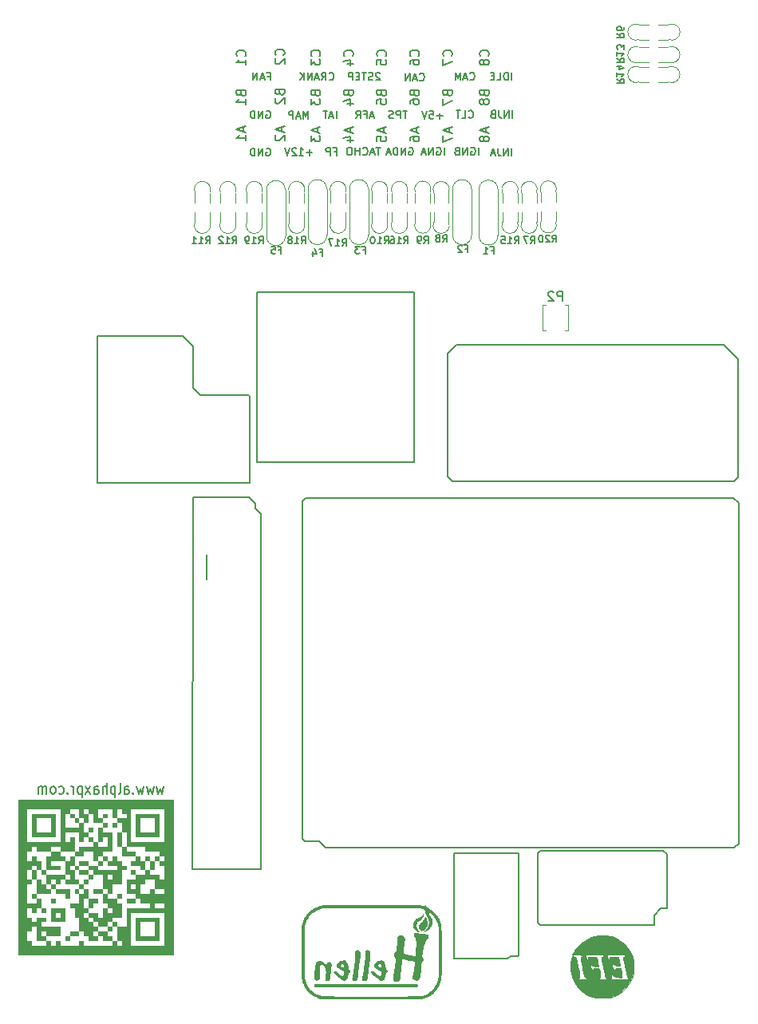
<source format=gbo>
G04 #@! TF.GenerationSoftware,KiCad,Pcbnew,(6.0.0-rc1-458-g78ff9a857a-dirty)*
G04 #@! TF.CreationDate,2021-12-31T11:49:42+02:00*
G04 #@! TF.ProjectId,alphax_2ch,616c7068-6178-45f3-9263-682e6b696361,b*
G04 #@! TF.SameCoordinates,PX141f5e0PYa2cace0*
G04 #@! TF.FileFunction,Legend,Bot*
G04 #@! TF.FilePolarity,Positive*
%FSLAX46Y46*%
G04 Gerber Fmt 4.6, Leading zero omitted, Abs format (unit mm)*
G04 Created by KiCad (PCBNEW (6.0.0-rc1-458-g78ff9a857a-dirty)) date 2021-12-31 11:49:42*
%MOMM*%
%LPD*%
G01*
G04 APERTURE LIST*
%ADD10C,0.170000*%
%ADD11C,0.200000*%
%ADD12C,0.130000*%
%ADD13C,0.127000*%
%ADD14C,0.150000*%
%ADD15C,0.099060*%
%ADD16C,0.120000*%
%ADD17C,0.002540*%
G04 APERTURE END LIST*
D10*
X53793786Y90361986D02*
X53793786Y91161986D01*
X52993786Y91123890D02*
X53069977Y91161986D01*
X53184262Y91161986D01*
X53298548Y91123890D01*
X53374739Y91047700D01*
X53412834Y90971510D01*
X53450929Y90819129D01*
X53450929Y90704843D01*
X53412834Y90552462D01*
X53374739Y90476271D01*
X53298548Y90400081D01*
X53184262Y90361986D01*
X53108072Y90361986D01*
X52993786Y90400081D01*
X52955691Y90438176D01*
X52955691Y90704843D01*
X53108072Y90704843D01*
X52612834Y90361986D02*
X52612834Y91161986D01*
X52155691Y90361986D01*
X52155691Y91161986D01*
X51508072Y90781033D02*
X51393786Y90742938D01*
X51355691Y90704843D01*
X51317596Y90628652D01*
X51317596Y90514367D01*
X51355691Y90438176D01*
X51393786Y90400081D01*
X51469977Y90361986D01*
X51774739Y90361986D01*
X51774739Y91161986D01*
X51508072Y91161986D01*
X51431881Y91123890D01*
X51393786Y91085795D01*
X51355691Y91009605D01*
X51355691Y90933414D01*
X51393786Y90857224D01*
X51431881Y90819129D01*
X51508072Y90781033D01*
X51774739Y90781033D01*
X37944244Y98369395D02*
X37982339Y98331300D01*
X38096625Y98293205D01*
X38172816Y98293205D01*
X38287101Y98331300D01*
X38363292Y98407490D01*
X38401387Y98483681D01*
X38439482Y98636062D01*
X38439482Y98750348D01*
X38401387Y98902729D01*
X38363292Y98978919D01*
X38287101Y99055109D01*
X38172816Y99093205D01*
X38096625Y99093205D01*
X37982339Y99055109D01*
X37944244Y99017014D01*
X37144244Y98293205D02*
X37410911Y98674157D01*
X37601387Y98293205D02*
X37601387Y99093205D01*
X37296625Y99093205D01*
X37220435Y99055109D01*
X37182339Y99017014D01*
X37144244Y98940824D01*
X37144244Y98826538D01*
X37182339Y98750348D01*
X37220435Y98712252D01*
X37296625Y98674157D01*
X37601387Y98674157D01*
X36839482Y98521776D02*
X36458530Y98521776D01*
X36915673Y98293205D02*
X36649006Y99093205D01*
X36382339Y98293205D01*
X36115673Y98293205D02*
X36115673Y99093205D01*
X35658530Y98293205D01*
X35658530Y99093205D01*
X35277578Y98293205D02*
X35277578Y99093205D01*
X34820435Y98293205D02*
X35163292Y98750348D01*
X34820435Y99093205D02*
X35277578Y98636062D01*
X57289025Y98328095D02*
X57289025Y99128095D01*
X56908072Y98328095D02*
X56908072Y99128095D01*
X56717596Y99128095D01*
X56603311Y99089999D01*
X56527120Y99013809D01*
X56489025Y98937619D01*
X56450930Y98785238D01*
X56450930Y98670952D01*
X56489025Y98518571D01*
X56527120Y98442380D01*
X56603311Y98366190D01*
X56717596Y98328095D01*
X56908072Y98328095D01*
X55727120Y98328095D02*
X56108072Y98328095D01*
X56108072Y99128095D01*
X55460453Y98747142D02*
X55193787Y98747142D01*
X55079501Y98328095D02*
X55460453Y98328095D01*
X55460453Y99128095D01*
X55079501Y99128095D01*
D11*
X20388476Y23383143D02*
X20198000Y22583143D01*
X20007523Y23154572D01*
X19817047Y22583143D01*
X19626571Y23383143D01*
X19340857Y23383143D02*
X19150380Y22583143D01*
X18959904Y23154572D01*
X18769428Y22583143D01*
X18578952Y23383143D01*
X18293238Y23383143D02*
X18102761Y22583143D01*
X17912285Y23154572D01*
X17721809Y22583143D01*
X17531333Y23383143D01*
X17150380Y22697429D02*
X17102761Y22640286D01*
X17150380Y22583143D01*
X17198000Y22640286D01*
X17150380Y22697429D01*
X17150380Y22583143D01*
X16245619Y22583143D02*
X16245619Y23211715D01*
X16293238Y23326000D01*
X16388476Y23383143D01*
X16578952Y23383143D01*
X16674190Y23326000D01*
X16245619Y22640286D02*
X16340857Y22583143D01*
X16578952Y22583143D01*
X16674190Y22640286D01*
X16721809Y22754572D01*
X16721809Y22868858D01*
X16674190Y22983143D01*
X16578952Y23040286D01*
X16340857Y23040286D01*
X16245619Y23097429D01*
X15626571Y22583143D02*
X15721809Y22640286D01*
X15769428Y22754572D01*
X15769428Y23783143D01*
X15245619Y23383143D02*
X15245619Y22183143D01*
X15245619Y23326000D02*
X15150380Y23383143D01*
X14959904Y23383143D01*
X14864666Y23326000D01*
X14817047Y23268858D01*
X14769428Y23154572D01*
X14769428Y22811715D01*
X14817047Y22697429D01*
X14864666Y22640286D01*
X14959904Y22583143D01*
X15150380Y22583143D01*
X15245619Y22640286D01*
X14340857Y22583143D02*
X14340857Y23783143D01*
X13912285Y22583143D02*
X13912285Y23211715D01*
X13959904Y23326000D01*
X14055142Y23383143D01*
X14198000Y23383143D01*
X14293238Y23326000D01*
X14340857Y23268858D01*
X13007523Y22583143D02*
X13007523Y23211715D01*
X13055142Y23326000D01*
X13150380Y23383143D01*
X13340857Y23383143D01*
X13436095Y23326000D01*
X13007523Y22640286D02*
X13102761Y22583143D01*
X13340857Y22583143D01*
X13436095Y22640286D01*
X13483714Y22754572D01*
X13483714Y22868858D01*
X13436095Y22983143D01*
X13340857Y23040286D01*
X13102761Y23040286D01*
X13007523Y23097429D01*
X12626571Y22583143D02*
X12102761Y23383143D01*
X12626571Y23383143D02*
X12102761Y22583143D01*
X11721809Y23383143D02*
X11721809Y22183143D01*
X11721809Y23326000D02*
X11626571Y23383143D01*
X11436095Y23383143D01*
X11340857Y23326000D01*
X11293238Y23268858D01*
X11245619Y23154572D01*
X11245619Y22811715D01*
X11293238Y22697429D01*
X11340857Y22640286D01*
X11436095Y22583143D01*
X11626571Y22583143D01*
X11721809Y22640286D01*
X10817047Y22583143D02*
X10817047Y23383143D01*
X10817047Y23154572D02*
X10769428Y23268858D01*
X10721809Y23326000D01*
X10626571Y23383143D01*
X10531333Y23383143D01*
X10198000Y22697429D02*
X10150380Y22640286D01*
X10198000Y22583143D01*
X10245619Y22640286D01*
X10198000Y22697429D01*
X10198000Y22583143D01*
X9293238Y22640286D02*
X9388476Y22583143D01*
X9578952Y22583143D01*
X9674190Y22640286D01*
X9721809Y22697429D01*
X9769428Y22811715D01*
X9769428Y23154572D01*
X9721809Y23268858D01*
X9674190Y23326000D01*
X9578952Y23383143D01*
X9388476Y23383143D01*
X9293238Y23326000D01*
X8721809Y22583143D02*
X8817047Y22640286D01*
X8864666Y22697429D01*
X8912285Y22811715D01*
X8912285Y23154572D01*
X8864666Y23268858D01*
X8817047Y23326000D01*
X8721809Y23383143D01*
X8578952Y23383143D01*
X8483714Y23326000D01*
X8436095Y23268858D01*
X8388476Y23154572D01*
X8388476Y22811715D01*
X8436095Y22697429D01*
X8483714Y22640286D01*
X8578952Y22583143D01*
X8721809Y22583143D01*
X7959904Y22583143D02*
X7959904Y23383143D01*
X7959904Y23268858D02*
X7912285Y23326000D01*
X7817047Y23383143D01*
X7674190Y23383143D01*
X7578952Y23326000D01*
X7531333Y23211715D01*
X7531333Y22583143D01*
X7531333Y23211715D02*
X7483714Y23326000D01*
X7388476Y23383143D01*
X7245619Y23383143D01*
X7150380Y23326000D01*
X7102761Y23211715D01*
X7102761Y22583143D01*
D10*
X46222449Y95045952D02*
X45765306Y95045952D01*
X45993878Y94245952D02*
X45993878Y95045952D01*
X45498640Y94245952D02*
X45498640Y95045952D01*
X45193878Y95045952D01*
X45117687Y95007856D01*
X45079592Y94969761D01*
X45041497Y94893571D01*
X45041497Y94779285D01*
X45079592Y94703095D01*
X45117687Y94664999D01*
X45193878Y94626904D01*
X45498640Y94626904D01*
X44736735Y94284047D02*
X44622449Y94245952D01*
X44431973Y94245952D01*
X44355783Y94284047D01*
X44317687Y94322142D01*
X44279592Y94398333D01*
X44279592Y94474523D01*
X44317687Y94550714D01*
X44355783Y94588809D01*
X44431973Y94626904D01*
X44584354Y94664999D01*
X44660545Y94703095D01*
X44698640Y94741190D01*
X44736735Y94817380D01*
X44736735Y94893571D01*
X44698640Y94969761D01*
X44660545Y95007856D01*
X44584354Y95045952D01*
X44393878Y95045952D01*
X44279592Y95007856D01*
X57304867Y90292205D02*
X57304867Y91092205D01*
X56923915Y90292205D02*
X56923915Y91092205D01*
X56466772Y90292205D01*
X56466772Y91092205D01*
X55857248Y91092205D02*
X55857248Y90520776D01*
X55895343Y90406490D01*
X55971534Y90330300D01*
X56085820Y90292205D01*
X56162010Y90292205D01*
X55514391Y90520776D02*
X55133439Y90520776D01*
X55590581Y90292205D02*
X55323915Y91092205D01*
X55057248Y90292205D01*
X47541497Y98299615D02*
X47579592Y98261520D01*
X47693878Y98223425D01*
X47770069Y98223425D01*
X47884354Y98261520D01*
X47960545Y98337710D01*
X47998640Y98413901D01*
X48036735Y98566282D01*
X48036735Y98680568D01*
X47998640Y98832949D01*
X47960545Y98909139D01*
X47884354Y98985329D01*
X47770069Y99023425D01*
X47693878Y99023425D01*
X47579592Y98985329D01*
X47541497Y98947234D01*
X47236735Y98451996D02*
X46855783Y98451996D01*
X47312926Y98223425D02*
X47046259Y99023425D01*
X46779592Y98223425D01*
X46512926Y98223425D02*
X46512926Y99023425D01*
X46055783Y98223425D01*
X46055783Y99023425D01*
X38450838Y90746142D02*
X38717504Y90746142D01*
X38717504Y90327095D02*
X38717504Y91127095D01*
X38336552Y91127095D01*
X38031790Y90327095D02*
X38031790Y91127095D01*
X37727028Y91127095D01*
X37650838Y91088999D01*
X37612743Y91050904D01*
X37574647Y90974714D01*
X37574647Y90860428D01*
X37612743Y90784238D01*
X37650838Y90746142D01*
X37727028Y90708047D01*
X38031790Y90708047D01*
X50142962Y90361986D02*
X50142962Y91161986D01*
X49342962Y91123890D02*
X49419153Y91161986D01*
X49533438Y91161986D01*
X49647724Y91123890D01*
X49723915Y91047700D01*
X49762010Y90971510D01*
X49800105Y90819129D01*
X49800105Y90704843D01*
X49762010Y90552462D01*
X49723915Y90476271D01*
X49647724Y90400081D01*
X49533438Y90361986D01*
X49457248Y90361986D01*
X49342962Y90400081D01*
X49304867Y90438176D01*
X49304867Y90704843D01*
X49457248Y90704843D01*
X48962010Y90361986D02*
X48962010Y91161986D01*
X48504867Y90361986D01*
X48504867Y91161986D01*
X48162010Y90590557D02*
X47781058Y90590557D01*
X48238200Y90361986D02*
X47971534Y91161986D01*
X47704867Y90361986D01*
X52746351Y94357032D02*
X52784446Y94318937D01*
X52898732Y94280842D01*
X52974922Y94280842D01*
X53089208Y94318937D01*
X53165399Y94395127D01*
X53203494Y94471318D01*
X53241589Y94623699D01*
X53241589Y94737985D01*
X53203494Y94890366D01*
X53165399Y94966556D01*
X53089208Y95042746D01*
X52974922Y95080842D01*
X52898732Y95080842D01*
X52784446Y95042746D01*
X52746351Y95004651D01*
X52022541Y94280842D02*
X52403494Y94280842D01*
X52403494Y95080842D01*
X51870160Y95080842D02*
X51413018Y95080842D01*
X51641589Y94280842D02*
X51641589Y95080842D01*
X31273273Y91054109D02*
X31349464Y91092205D01*
X31463750Y91092205D01*
X31578035Y91054109D01*
X31654226Y90977919D01*
X31692321Y90901729D01*
X31730416Y90749348D01*
X31730416Y90635062D01*
X31692321Y90482681D01*
X31654226Y90406490D01*
X31578035Y90330300D01*
X31463750Y90292205D01*
X31387559Y90292205D01*
X31273273Y90330300D01*
X31235178Y90368395D01*
X31235178Y90635062D01*
X31387559Y90635062D01*
X30892321Y90292205D02*
X30892321Y91092205D01*
X30435178Y90292205D01*
X30435178Y91092205D01*
X30054226Y90292205D02*
X30054226Y91092205D01*
X29863750Y91092205D01*
X29749464Y91054109D01*
X29673273Y90977919D01*
X29635178Y90901729D01*
X29597083Y90749348D01*
X29597083Y90635062D01*
X29635178Y90482681D01*
X29673273Y90406490D01*
X29749464Y90330300D01*
X29863750Y90292205D01*
X30054226Y90292205D01*
X31273273Y95031582D02*
X31349464Y95069678D01*
X31463750Y95069678D01*
X31578035Y95031582D01*
X31654226Y94955392D01*
X31692321Y94879202D01*
X31730416Y94726821D01*
X31730416Y94612535D01*
X31692321Y94460154D01*
X31654226Y94383963D01*
X31578035Y94307773D01*
X31463750Y94269678D01*
X31387559Y94269678D01*
X31273273Y94307773D01*
X31235178Y94345868D01*
X31235178Y94612535D01*
X31387559Y94612535D01*
X30892321Y94269678D02*
X30892321Y95069678D01*
X30435178Y94269678D01*
X30435178Y95069678D01*
X30054226Y94269678D02*
X30054226Y95069678D01*
X29863750Y95069678D01*
X29749464Y95031582D01*
X29673273Y94955392D01*
X29635178Y94879202D01*
X29597083Y94726821D01*
X29597083Y94612535D01*
X29635178Y94460154D01*
X29673273Y94383963D01*
X29749464Y94307773D01*
X29863750Y94269678D01*
X30054226Y94269678D01*
X57396900Y94280842D02*
X57396900Y95080842D01*
X57015948Y94280842D02*
X57015948Y95080842D01*
X56558805Y94280842D01*
X56558805Y95080842D01*
X55949281Y95080842D02*
X55949281Y94509413D01*
X55987376Y94395127D01*
X56063567Y94318937D01*
X56177852Y94280842D01*
X56254043Y94280842D01*
X55301662Y94699889D02*
X55187376Y94661794D01*
X55149281Y94623699D01*
X55111186Y94547508D01*
X55111186Y94433223D01*
X55149281Y94357032D01*
X55187376Y94318937D01*
X55263567Y94280842D01*
X55568329Y94280842D01*
X55568329Y95080842D01*
X55301662Y95080842D01*
X55225471Y95042746D01*
X55187376Y95004651D01*
X55149281Y94928461D01*
X55149281Y94852270D01*
X55187376Y94776080D01*
X55225471Y94737985D01*
X55301662Y94699889D01*
X55568329Y94699889D01*
X42657248Y94474523D02*
X42276295Y94474523D01*
X42733438Y94245952D02*
X42466772Y95045952D01*
X42200105Y94245952D01*
X41666772Y94664999D02*
X41933438Y94664999D01*
X41933438Y94245952D02*
X41933438Y95045952D01*
X41552486Y95045952D01*
X40790581Y94245952D02*
X41057248Y94626904D01*
X41247724Y94245952D02*
X41247724Y95045952D01*
X40942962Y95045952D01*
X40866772Y95007856D01*
X40828676Y94969761D01*
X40790581Y94893571D01*
X40790581Y94779285D01*
X40828676Y94703095D01*
X40866772Y94664999D01*
X40942962Y94626904D01*
X41247724Y94626904D01*
X43330325Y99017014D02*
X43292230Y99055109D01*
X43216039Y99093205D01*
X43025563Y99093205D01*
X42949373Y99055109D01*
X42911277Y99017014D01*
X42873182Y98940824D01*
X42873182Y98864633D01*
X42911277Y98750348D01*
X43368420Y98293205D01*
X42873182Y98293205D01*
X42568420Y98331300D02*
X42454135Y98293205D01*
X42263658Y98293205D01*
X42187468Y98331300D01*
X42149373Y98369395D01*
X42111277Y98445586D01*
X42111277Y98521776D01*
X42149373Y98597967D01*
X42187468Y98636062D01*
X42263658Y98674157D01*
X42416039Y98712252D01*
X42492230Y98750348D01*
X42530325Y98788443D01*
X42568420Y98864633D01*
X42568420Y98940824D01*
X42530325Y99017014D01*
X42492230Y99055109D01*
X42416039Y99093205D01*
X42225563Y99093205D01*
X42111277Y99055109D01*
X41882706Y99093205D02*
X41425563Y99093205D01*
X41654135Y98293205D02*
X41654135Y99093205D01*
X41158896Y98712252D02*
X40892230Y98712252D01*
X40777944Y98293205D02*
X41158896Y98293205D01*
X41158896Y99093205D01*
X40777944Y99093205D01*
X40435087Y98293205D02*
X40435087Y99093205D01*
X40130325Y99093205D01*
X40054135Y99055109D01*
X40016039Y99017014D01*
X39977944Y98940824D01*
X39977944Y98826538D01*
X40016039Y98750348D01*
X40054135Y98712252D01*
X40130325Y98674157D01*
X40435087Y98674157D01*
X52882888Y98369395D02*
X52920984Y98331300D01*
X53035269Y98293205D01*
X53111460Y98293205D01*
X53225746Y98331300D01*
X53301936Y98407490D01*
X53340031Y98483681D01*
X53378127Y98636062D01*
X53378127Y98750348D01*
X53340031Y98902729D01*
X53301936Y98978919D01*
X53225746Y99055109D01*
X53111460Y99093205D01*
X53035269Y99093205D01*
X52920984Y99055109D01*
X52882888Y99017014D01*
X52578127Y98521776D02*
X52197174Y98521776D01*
X52654317Y98293205D02*
X52387650Y99093205D01*
X52120984Y98293205D01*
X51854317Y98293205D02*
X51854317Y99093205D01*
X51587650Y98521776D01*
X51320984Y99093205D01*
X51320984Y98293205D01*
X31416040Y98712252D02*
X31682706Y98712252D01*
X31682706Y98293205D02*
X31682706Y99093205D01*
X31301754Y99093205D01*
X31035087Y98521776D02*
X30654135Y98521776D01*
X31111278Y98293205D02*
X30844611Y99093205D01*
X30577944Y98293205D01*
X30311278Y98293205D02*
X30311278Y99093205D01*
X29854135Y98293205D01*
X29854135Y99093205D01*
X46409537Y91123890D02*
X46485728Y91161986D01*
X46600014Y91161986D01*
X46714299Y91123890D01*
X46790490Y91047700D01*
X46828585Y90971510D01*
X46866680Y90819129D01*
X46866680Y90704843D01*
X46828585Y90552462D01*
X46790490Y90476271D01*
X46714299Y90400081D01*
X46600014Y90361986D01*
X46523823Y90361986D01*
X46409537Y90400081D01*
X46371442Y90438176D01*
X46371442Y90704843D01*
X46523823Y90704843D01*
X46028585Y90361986D02*
X46028585Y91161986D01*
X45571442Y90361986D01*
X45571442Y91161986D01*
X45190490Y90361986D02*
X45190490Y91161986D01*
X45000014Y91161986D01*
X44885728Y91123890D01*
X44809537Y91047700D01*
X44771442Y90971510D01*
X44733347Y90819129D01*
X44733347Y90704843D01*
X44771442Y90552462D01*
X44809537Y90476271D01*
X44885728Y90400081D01*
X45000014Y90361986D01*
X45190490Y90361986D01*
X44428585Y90590557D02*
X44047633Y90590557D01*
X44504776Y90361986D02*
X44238109Y91161986D01*
X43971442Y90361986D01*
X49974739Y94515824D02*
X49365215Y94515824D01*
X49669977Y94211062D02*
X49669977Y94820586D01*
X48603310Y95011062D02*
X48984263Y95011062D01*
X49022358Y94630109D01*
X48984263Y94668205D01*
X48908072Y94706300D01*
X48717596Y94706300D01*
X48641406Y94668205D01*
X48603310Y94630109D01*
X48565215Y94553919D01*
X48565215Y94363443D01*
X48603310Y94287252D01*
X48641406Y94249157D01*
X48717596Y94211062D01*
X48908072Y94211062D01*
X48984263Y94249157D01*
X49022358Y94287252D01*
X48336644Y95011062D02*
X48069977Y94211062D01*
X47803310Y95011062D01*
X35720526Y94211062D02*
X35720526Y95011062D01*
X35453860Y94439633D01*
X35187193Y95011062D01*
X35187193Y94211062D01*
X34844336Y94439633D02*
X34463383Y94439633D01*
X34920526Y94211062D02*
X34653860Y95011062D01*
X34387193Y94211062D01*
X34120526Y94211062D02*
X34120526Y95011062D01*
X33815764Y95011062D01*
X33739574Y94972966D01*
X33701479Y94934871D01*
X33663383Y94858681D01*
X33663383Y94744395D01*
X33701479Y94668205D01*
X33739574Y94630109D01*
X33815764Y94592014D01*
X34120526Y94592014D01*
X38708073Y94245952D02*
X38708073Y95045952D01*
X38365215Y94474523D02*
X37984263Y94474523D01*
X38441406Y94245952D02*
X38174739Y95045952D01*
X37908073Y94245952D01*
X37755692Y95045952D02*
X37298549Y95045952D01*
X37527120Y94245952D02*
X37527120Y95045952D01*
X36155416Y90631857D02*
X35545893Y90631857D01*
X35850654Y90327095D02*
X35850654Y90936619D01*
X34745893Y90327095D02*
X35203035Y90327095D01*
X34974464Y90327095D02*
X34974464Y91127095D01*
X35050654Y91012809D01*
X35126845Y90936619D01*
X35203035Y90898523D01*
X34441131Y91050904D02*
X34403035Y91088999D01*
X34326845Y91127095D01*
X34136369Y91127095D01*
X34060178Y91088999D01*
X34022083Y91050904D01*
X33983988Y90974714D01*
X33983988Y90898523D01*
X34022083Y90784238D01*
X34479226Y90327095D01*
X33983988Y90327095D01*
X33755416Y91127095D02*
X33488750Y90327095D01*
X33222083Y91127095D01*
X43393878Y91161986D02*
X42936735Y91161986D01*
X43165307Y90361986D02*
X43165307Y91161986D01*
X42708164Y90590557D02*
X42327212Y90590557D01*
X42784355Y90361986D02*
X42517688Y91161986D01*
X42251021Y90361986D01*
X41527212Y90438176D02*
X41565307Y90400081D01*
X41679593Y90361986D01*
X41755783Y90361986D01*
X41870069Y90400081D01*
X41946259Y90476271D01*
X41984355Y90552462D01*
X42022450Y90704843D01*
X42022450Y90819129D01*
X41984355Y90971510D01*
X41946259Y91047700D01*
X41870069Y91123890D01*
X41755783Y91161986D01*
X41679593Y91161986D01*
X41565307Y91123890D01*
X41527212Y91085795D01*
X41184355Y90361986D02*
X41184355Y91161986D01*
X41184355Y90781033D02*
X40727212Y90781033D01*
X40727212Y90361986D02*
X40727212Y91161986D01*
X40193878Y91161986D02*
X40041497Y91161986D01*
X39965307Y91123890D01*
X39889116Y91047700D01*
X39851021Y90895319D01*
X39851021Y90628652D01*
X39889116Y90476271D01*
X39965307Y90400081D01*
X40041497Y90361986D01*
X40193878Y90361986D01*
X40270069Y90400081D01*
X40346259Y90476271D01*
X40384355Y90628652D01*
X40384355Y90895319D01*
X40346259Y91047700D01*
X40270069Y91123890D01*
X40193878Y91161986D01*
D12*
G04 #@! TO.C,R8*
X49992467Y81135007D02*
X50242467Y81492150D01*
X50421038Y81135007D02*
X50421038Y81885007D01*
X50135324Y81885007D01*
X50063895Y81849292D01*
X50028181Y81813578D01*
X49992467Y81742150D01*
X49992467Y81635007D01*
X50028181Y81563578D01*
X50063895Y81527864D01*
X50135324Y81492150D01*
X50421038Y81492150D01*
X49563895Y81563578D02*
X49635324Y81599292D01*
X49671038Y81635007D01*
X49706752Y81706435D01*
X49706752Y81742150D01*
X49671038Y81813578D01*
X49635324Y81849292D01*
X49563895Y81885007D01*
X49421038Y81885007D01*
X49349609Y81849292D01*
X49313895Y81813578D01*
X49278181Y81742150D01*
X49278181Y81706435D01*
X49313895Y81635007D01*
X49349609Y81599292D01*
X49421038Y81563578D01*
X49563895Y81563578D01*
X49635324Y81527864D01*
X49671038Y81492150D01*
X49706752Y81420721D01*
X49706752Y81277864D01*
X49671038Y81206435D01*
X49635324Y81170721D01*
X49563895Y81135007D01*
X49421038Y81135007D01*
X49349609Y81170721D01*
X49313895Y81206435D01*
X49278181Y81277864D01*
X49278181Y81420721D01*
X49313895Y81492150D01*
X49349609Y81527864D01*
X49421038Y81563578D01*
D13*
G04 #@! TO.C,R9*
X48009571Y80978335D02*
X48263571Y81341192D01*
X48444999Y80978335D02*
X48444999Y81740335D01*
X48154713Y81740335D01*
X48082142Y81704049D01*
X48045856Y81667764D01*
X48009571Y81595192D01*
X48009571Y81486335D01*
X48045856Y81413764D01*
X48082142Y81377478D01*
X48154713Y81341192D01*
X48444999Y81341192D01*
X47646713Y80978335D02*
X47501571Y80978335D01*
X47428999Y81014621D01*
X47392713Y81050907D01*
X47320142Y81159764D01*
X47283856Y81304907D01*
X47283856Y81595192D01*
X47320142Y81667764D01*
X47356428Y81704049D01*
X47428999Y81740335D01*
X47574142Y81740335D01*
X47646713Y81704049D01*
X47682999Y81667764D01*
X47719285Y81595192D01*
X47719285Y81413764D01*
X47682999Y81341192D01*
X47646713Y81304907D01*
X47574142Y81268621D01*
X47428999Y81268621D01*
X47356428Y81304907D01*
X47320142Y81341192D01*
X47283856Y81413764D01*
G04 #@! TO.C,F4*
X36954000Y80054429D02*
X37208000Y80054429D01*
X37208000Y79655286D02*
X37208000Y80417286D01*
X36845142Y80417286D01*
X36228285Y80163286D02*
X36228285Y79655286D01*
X36409714Y80453572D02*
X36591142Y79909286D01*
X36119428Y79909286D01*
D10*
G04 #@! TO.C,P2*
X62696095Y74897620D02*
X62696095Y75897620D01*
X62315142Y75897620D01*
X62219904Y75850000D01*
X62172285Y75802381D01*
X62124666Y75707143D01*
X62124666Y75564286D01*
X62172285Y75469048D01*
X62219904Y75421429D01*
X62315142Y75373810D01*
X62696095Y75373810D01*
X61743714Y75802381D02*
X61696095Y75850000D01*
X61600857Y75897620D01*
X61362761Y75897620D01*
X61267523Y75850000D01*
X61219904Y75802381D01*
X61172285Y75707143D01*
X61172285Y75611905D01*
X61219904Y75469048D01*
X61791333Y74897620D01*
X61172285Y74897620D01*
D12*
G04 #@! TO.C,R11*
X24848142Y80952715D02*
X25098142Y81309858D01*
X25276714Y80952715D02*
X25276714Y81702715D01*
X24991000Y81702715D01*
X24919571Y81667000D01*
X24883857Y81631286D01*
X24848142Y81559858D01*
X24848142Y81452715D01*
X24883857Y81381286D01*
X24919571Y81345572D01*
X24991000Y81309858D01*
X25276714Y81309858D01*
X24133857Y80952715D02*
X24562428Y80952715D01*
X24348142Y80952715D02*
X24348142Y81702715D01*
X24419571Y81595572D01*
X24491000Y81524143D01*
X24562428Y81488429D01*
X23419571Y80952715D02*
X23848142Y80952715D01*
X23633857Y80952715D02*
X23633857Y81702715D01*
X23705285Y81595572D01*
X23776714Y81524143D01*
X23848142Y81488429D01*
G04 #@! TO.C,R6*
X68476714Y103275000D02*
X68833857Y103025000D01*
X68476714Y102846429D02*
X69226714Y102846429D01*
X69226714Y103132143D01*
X69191000Y103203572D01*
X69155285Y103239286D01*
X69083857Y103275000D01*
X68976714Y103275000D01*
X68905285Y103239286D01*
X68869571Y103203572D01*
X68833857Y103132143D01*
X68833857Y102846429D01*
X69226714Y103917858D02*
X69226714Y103775000D01*
X69191000Y103703572D01*
X69155285Y103667858D01*
X69048142Y103596429D01*
X68905285Y103560715D01*
X68619571Y103560715D01*
X68548142Y103596429D01*
X68512428Y103632143D01*
X68476714Y103703572D01*
X68476714Y103846429D01*
X68512428Y103917858D01*
X68548142Y103953572D01*
X68619571Y103989286D01*
X68798142Y103989286D01*
X68869571Y103953572D01*
X68905285Y103917858D01*
X68941000Y103846429D01*
X68941000Y103703572D01*
X68905285Y103632143D01*
X68869571Y103596429D01*
X68798142Y103560715D01*
G04 #@! TO.C,R17*
X39326142Y80698715D02*
X39576142Y81055858D01*
X39754714Y80698715D02*
X39754714Y81448715D01*
X39469000Y81448715D01*
X39397571Y81413000D01*
X39361857Y81377286D01*
X39326142Y81305858D01*
X39326142Y81198715D01*
X39361857Y81127286D01*
X39397571Y81091572D01*
X39469000Y81055858D01*
X39754714Y81055858D01*
X38611857Y80698715D02*
X39040428Y80698715D01*
X38826142Y80698715D02*
X38826142Y81448715D01*
X38897571Y81341572D01*
X38969000Y81270143D01*
X39040428Y81234429D01*
X38361857Y81448715D02*
X37861857Y81448715D01*
X38183285Y80698715D01*
G04 #@! TO.C,R16*
X45882142Y80952715D02*
X46132142Y81309858D01*
X46310714Y80952715D02*
X46310714Y81702715D01*
X46025000Y81702715D01*
X45953571Y81667000D01*
X45917857Y81631286D01*
X45882142Y81559858D01*
X45882142Y81452715D01*
X45917857Y81381286D01*
X45953571Y81345572D01*
X46025000Y81309858D01*
X46310714Y81309858D01*
X45167857Y80952715D02*
X45596428Y80952715D01*
X45382142Y80952715D02*
X45382142Y81702715D01*
X45453571Y81595572D01*
X45525000Y81524143D01*
X45596428Y81488429D01*
X44525000Y81702715D02*
X44667857Y81702715D01*
X44739285Y81667000D01*
X44775000Y81631286D01*
X44846428Y81524143D01*
X44882142Y81381286D01*
X44882142Y81095572D01*
X44846428Y81024143D01*
X44810714Y80988429D01*
X44739285Y80952715D01*
X44596428Y80952715D01*
X44525000Y80988429D01*
X44489285Y81024143D01*
X44453571Y81095572D01*
X44453571Y81274143D01*
X44489285Y81345572D01*
X44525000Y81381286D01*
X44596428Y81417000D01*
X44739285Y81417000D01*
X44810714Y81381286D01*
X44846428Y81345572D01*
X44882142Y81274143D01*
D13*
G04 #@! TO.C,R10*
X43789857Y80955286D02*
X44043857Y81318143D01*
X44225285Y80955286D02*
X44225285Y81717286D01*
X43935000Y81717286D01*
X43862428Y81681000D01*
X43826142Y81644715D01*
X43789857Y81572143D01*
X43789857Y81463286D01*
X43826142Y81390715D01*
X43862428Y81354429D01*
X43935000Y81318143D01*
X44225285Y81318143D01*
X43064142Y80955286D02*
X43499571Y80955286D01*
X43281857Y80955286D02*
X43281857Y81717286D01*
X43354428Y81608429D01*
X43427000Y81535858D01*
X43499571Y81499572D01*
X42592428Y81717286D02*
X42519857Y81717286D01*
X42447285Y81681000D01*
X42411000Y81644715D01*
X42374714Y81572143D01*
X42338428Y81427000D01*
X42338428Y81245572D01*
X42374714Y81100429D01*
X42411000Y81027858D01*
X42447285Y80991572D01*
X42519857Y80955286D01*
X42592428Y80955286D01*
X42665000Y80991572D01*
X42701285Y81027858D01*
X42737571Y81100429D01*
X42773857Y81245572D01*
X42773857Y81427000D01*
X42737571Y81572143D01*
X42701285Y81644715D01*
X42665000Y81681000D01*
X42592428Y81717286D01*
G04 #@! TO.C,R19*
X30489857Y80955286D02*
X30743857Y81318143D01*
X30925285Y80955286D02*
X30925285Y81717286D01*
X30635000Y81717286D01*
X30562428Y81681000D01*
X30526142Y81644715D01*
X30489857Y81572143D01*
X30489857Y81463286D01*
X30526142Y81390715D01*
X30562428Y81354429D01*
X30635000Y81318143D01*
X30925285Y81318143D01*
X29764142Y80955286D02*
X30199571Y80955286D01*
X29981857Y80955286D02*
X29981857Y81717286D01*
X30054428Y81608429D01*
X30127000Y81535858D01*
X30199571Y81499572D01*
X29401285Y80955286D02*
X29256142Y80955286D01*
X29183571Y80991572D01*
X29147285Y81027858D01*
X29074714Y81136715D01*
X29038428Y81281858D01*
X29038428Y81572143D01*
X29074714Y81644715D01*
X29111000Y81681000D01*
X29183571Y81717286D01*
X29328714Y81717286D01*
X29401285Y81681000D01*
X29437571Y81644715D01*
X29473857Y81572143D01*
X29473857Y81390715D01*
X29437571Y81318143D01*
X29401285Y81281858D01*
X29328714Y81245572D01*
X29183571Y81245572D01*
X29111000Y81281858D01*
X29074714Y81318143D01*
X29038428Y81390715D01*
G04 #@! TO.C,F1*
X55150000Y80254429D02*
X55404000Y80254429D01*
X55404000Y79855286D02*
X55404000Y80617286D01*
X55041142Y80617286D01*
X54351714Y79855286D02*
X54787142Y79855286D01*
X54569428Y79855286D02*
X54569428Y80617286D01*
X54642000Y80508429D01*
X54714571Y80435858D01*
X54787142Y80399572D01*
D12*
G04 #@! TO.C,R14*
X68476714Y98417858D02*
X68833857Y98167858D01*
X68476714Y97989286D02*
X69226714Y97989286D01*
X69226714Y98275000D01*
X69191000Y98346429D01*
X69155285Y98382143D01*
X69083857Y98417858D01*
X68976714Y98417858D01*
X68905285Y98382143D01*
X68869571Y98346429D01*
X68833857Y98275000D01*
X68833857Y97989286D01*
X68476714Y99132143D02*
X68476714Y98703572D01*
X68476714Y98917858D02*
X69226714Y98917858D01*
X69119571Y98846429D01*
X69048142Y98775000D01*
X69012428Y98703572D01*
X68976714Y99775000D02*
X68476714Y99775000D01*
X69262428Y99596429D02*
X68726714Y99417858D01*
X68726714Y99882143D01*
D13*
G04 #@! TO.C,F3*
X41504000Y80304429D02*
X41758000Y80304429D01*
X41758000Y79905286D02*
X41758000Y80667286D01*
X41395142Y80667286D01*
X41177428Y80667286D02*
X40705714Y80667286D01*
X40959714Y80377000D01*
X40850857Y80377000D01*
X40778285Y80340715D01*
X40742000Y80304429D01*
X40705714Y80231858D01*
X40705714Y80050429D01*
X40742000Y79977858D01*
X40778285Y79941572D01*
X40850857Y79905286D01*
X41068571Y79905286D01*
X41141142Y79941572D01*
X41177428Y79977858D01*
D12*
G04 #@! TO.C,R15*
X57614142Y80952715D02*
X57864142Y81309858D01*
X58042714Y80952715D02*
X58042714Y81702715D01*
X57757000Y81702715D01*
X57685571Y81667000D01*
X57649857Y81631286D01*
X57614142Y81559858D01*
X57614142Y81452715D01*
X57649857Y81381286D01*
X57685571Y81345572D01*
X57757000Y81309858D01*
X58042714Y81309858D01*
X56899857Y80952715D02*
X57328428Y80952715D01*
X57114142Y80952715D02*
X57114142Y81702715D01*
X57185571Y81595572D01*
X57257000Y81524143D01*
X57328428Y81488429D01*
X56221285Y81702715D02*
X56578428Y81702715D01*
X56614142Y81345572D01*
X56578428Y81381286D01*
X56507000Y81417000D01*
X56328428Y81417000D01*
X56257000Y81381286D01*
X56221285Y81345572D01*
X56185571Y81274143D01*
X56185571Y81095572D01*
X56221285Y81024143D01*
X56257000Y80988429D01*
X56328428Y80952715D01*
X56507000Y80952715D01*
X56578428Y80988429D01*
X56614142Y81024143D01*
D13*
G04 #@! TO.C,R7*
X59291000Y80955286D02*
X59545000Y81318143D01*
X59726428Y80955286D02*
X59726428Y81717286D01*
X59436142Y81717286D01*
X59363571Y81681000D01*
X59327285Y81644715D01*
X59291000Y81572143D01*
X59291000Y81463286D01*
X59327285Y81390715D01*
X59363571Y81354429D01*
X59436142Y81318143D01*
X59726428Y81318143D01*
X59037000Y81717286D02*
X58529000Y81717286D01*
X58855571Y80955286D01*
D12*
G04 #@! TO.C,R13*
X68476714Y100621858D02*
X68833857Y100371858D01*
X68476714Y100193286D02*
X69226714Y100193286D01*
X69226714Y100479000D01*
X69191000Y100550429D01*
X69155285Y100586143D01*
X69083857Y100621858D01*
X68976714Y100621858D01*
X68905285Y100586143D01*
X68869571Y100550429D01*
X68833857Y100479000D01*
X68833857Y100193286D01*
X68476714Y101336143D02*
X68476714Y100907572D01*
X68476714Y101121858D02*
X69226714Y101121858D01*
X69119571Y101050429D01*
X69048142Y100979000D01*
X69012428Y100907572D01*
X69226714Y101586143D02*
X69226714Y102050429D01*
X68941000Y101800429D01*
X68941000Y101907572D01*
X68905285Y101979000D01*
X68869571Y102014715D01*
X68798142Y102050429D01*
X68619571Y102050429D01*
X68548142Y102014715D01*
X68512428Y101979000D01*
X68476714Y101907572D01*
X68476714Y101693286D01*
X68512428Y101621858D01*
X68548142Y101586143D01*
G04 #@! TO.C,R20*
X61626093Y81107095D02*
X61876093Y81464238D01*
X62054665Y81107095D02*
X62054665Y81857095D01*
X61768951Y81857095D01*
X61697522Y81821380D01*
X61661808Y81785666D01*
X61626093Y81714238D01*
X61626093Y81607095D01*
X61661808Y81535666D01*
X61697522Y81499952D01*
X61768951Y81464238D01*
X62054665Y81464238D01*
X61340379Y81785666D02*
X61304665Y81821380D01*
X61233236Y81857095D01*
X61054665Y81857095D01*
X60983236Y81821380D01*
X60947522Y81785666D01*
X60911808Y81714238D01*
X60911808Y81642809D01*
X60947522Y81535666D01*
X61376093Y81107095D01*
X60911808Y81107095D01*
X60447522Y81857095D02*
X60376093Y81857095D01*
X60304665Y81821380D01*
X60268951Y81785666D01*
X60233236Y81714238D01*
X60197522Y81571380D01*
X60197522Y81392809D01*
X60233236Y81249952D01*
X60268951Y81178523D01*
X60304665Y81142809D01*
X60376093Y81107095D01*
X60447522Y81107095D01*
X60518951Y81142809D01*
X60554665Y81178523D01*
X60590379Y81249952D01*
X60626093Y81392809D01*
X60626093Y81571380D01*
X60590379Y81714238D01*
X60554665Y81785666D01*
X60518951Y81821380D01*
X60447522Y81857095D01*
D14*
G04 #@! TO.C,P1*
X47407142Y100865667D02*
X47454761Y100913286D01*
X47502380Y101056143D01*
X47502380Y101151381D01*
X47454761Y101294239D01*
X47359523Y101389477D01*
X47264285Y101437096D01*
X47073809Y101484715D01*
X46930952Y101484715D01*
X46740476Y101437096D01*
X46645238Y101389477D01*
X46550000Y101294239D01*
X46502380Y101151381D01*
X46502380Y101056143D01*
X46550000Y100913286D01*
X46597619Y100865667D01*
X46502380Y100008524D02*
X46502380Y100199000D01*
X46550000Y100294239D01*
X46597619Y100341858D01*
X46740476Y100437096D01*
X46930952Y100484715D01*
X47311904Y100484715D01*
X47407142Y100437096D01*
X47454761Y100389477D01*
X47502380Y100294239D01*
X47502380Y100103762D01*
X47454761Y100008524D01*
X47407142Y99960905D01*
X47311904Y99913286D01*
X47073809Y99913286D01*
X46978571Y99960905D01*
X46930952Y100008524D01*
X46883333Y100103762D01*
X46883333Y100294239D01*
X46930952Y100389477D01*
X46978571Y100437096D01*
X47073809Y100484715D01*
X54616666Y93213286D02*
X54616666Y92737096D01*
X54902380Y93308524D02*
X53902380Y92975191D01*
X54902380Y92641858D01*
X54330952Y92165667D02*
X54283333Y92260905D01*
X54235714Y92308524D01*
X54140476Y92356143D01*
X54092857Y92356143D01*
X53997619Y92308524D01*
X53950000Y92260905D01*
X53902380Y92165667D01*
X53902380Y91975191D01*
X53950000Y91879953D01*
X53997619Y91832334D01*
X54092857Y91784715D01*
X54140476Y91784715D01*
X54235714Y91832334D01*
X54283333Y91879953D01*
X54330952Y91975191D01*
X54330952Y92165667D01*
X54378571Y92260905D01*
X54426190Y92308524D01*
X54521428Y92356143D01*
X54711904Y92356143D01*
X54807142Y92308524D01*
X54854761Y92260905D01*
X54902380Y92165667D01*
X54902380Y91975191D01*
X54854761Y91879953D01*
X54807142Y91832334D01*
X54711904Y91784715D01*
X54521428Y91784715D01*
X54426190Y91832334D01*
X54378571Y91879953D01*
X54330952Y91975191D01*
X50907142Y100865667D02*
X50954761Y100913286D01*
X51002380Y101056143D01*
X51002380Y101151381D01*
X50954761Y101294239D01*
X50859523Y101389477D01*
X50764285Y101437096D01*
X50573809Y101484715D01*
X50430952Y101484715D01*
X50240476Y101437096D01*
X50145238Y101389477D01*
X50050000Y101294239D01*
X50002380Y101151381D01*
X50002380Y101056143D01*
X50050000Y100913286D01*
X50097619Y100865667D01*
X50002380Y100532334D02*
X50002380Y99865667D01*
X51002380Y100294239D01*
X40407142Y100865667D02*
X40454761Y100913286D01*
X40502380Y101056143D01*
X40502380Y101151381D01*
X40454761Y101294239D01*
X40359523Y101389477D01*
X40264285Y101437096D01*
X40073809Y101484715D01*
X39930952Y101484715D01*
X39740476Y101437096D01*
X39645238Y101389477D01*
X39550000Y101294239D01*
X39502380Y101151381D01*
X39502380Y101056143D01*
X39550000Y100913286D01*
X39597619Y100865667D01*
X39835714Y100008524D02*
X40502380Y100008524D01*
X39454761Y100246620D02*
X40169047Y100484715D01*
X40169047Y99865667D01*
X50716666Y93213286D02*
X50716666Y92737096D01*
X51002380Y93308524D02*
X50002380Y92975191D01*
X51002380Y92641858D01*
X50002380Y92403762D02*
X50002380Y91737096D01*
X51002380Y92165667D01*
X32916666Y93313286D02*
X32916666Y92837096D01*
X33202380Y93408524D02*
X32202380Y93075191D01*
X33202380Y92741858D01*
X32297619Y92456143D02*
X32250000Y92408524D01*
X32202380Y92313286D01*
X32202380Y92075191D01*
X32250000Y91979953D01*
X32297619Y91932334D01*
X32392857Y91884715D01*
X32488095Y91884715D01*
X32630952Y91932334D01*
X33202380Y92503762D01*
X33202380Y91884715D01*
X28816666Y93313286D02*
X28816666Y92837096D01*
X29102380Y93408524D02*
X28102380Y93075191D01*
X29102380Y92741858D01*
X29102380Y91884715D02*
X29102380Y92456143D01*
X29102380Y92170429D02*
X28102380Y92170429D01*
X28245238Y92265667D01*
X28340476Y92360905D01*
X28388095Y92456143D01*
X29007142Y100865667D02*
X29054761Y100913286D01*
X29102380Y101056143D01*
X29102380Y101151381D01*
X29054761Y101294239D01*
X28959523Y101389477D01*
X28864285Y101437096D01*
X28673809Y101484715D01*
X28530952Y101484715D01*
X28340476Y101437096D01*
X28245238Y101389477D01*
X28150000Y101294239D01*
X28102380Y101151381D01*
X28102380Y101056143D01*
X28150000Y100913286D01*
X28197619Y100865667D01*
X29102380Y99913286D02*
X29102380Y100484715D01*
X29102380Y100199000D02*
X28102380Y100199000D01*
X28245238Y100294239D01*
X28340476Y100389477D01*
X28388095Y100484715D01*
X39978571Y96903762D02*
X40026190Y96760905D01*
X40073809Y96713286D01*
X40169047Y96665667D01*
X40311904Y96665667D01*
X40407142Y96713286D01*
X40454761Y96760905D01*
X40502380Y96856143D01*
X40502380Y97237096D01*
X39502380Y97237096D01*
X39502380Y96903762D01*
X39550000Y96808524D01*
X39597619Y96760905D01*
X39692857Y96713286D01*
X39788095Y96713286D01*
X39883333Y96760905D01*
X39930952Y96808524D01*
X39978571Y96903762D01*
X39978571Y97237096D01*
X39835714Y95808524D02*
X40502380Y95808524D01*
X39454761Y96046620D02*
X40169047Y96284715D01*
X40169047Y95665667D01*
X33107142Y100965667D02*
X33154761Y101013286D01*
X33202380Y101156143D01*
X33202380Y101251381D01*
X33154761Y101394239D01*
X33059523Y101489477D01*
X32964285Y101537096D01*
X32773809Y101584715D01*
X32630952Y101584715D01*
X32440476Y101537096D01*
X32345238Y101489477D01*
X32250000Y101394239D01*
X32202380Y101251381D01*
X32202380Y101156143D01*
X32250000Y101013286D01*
X32297619Y100965667D01*
X32297619Y100584715D02*
X32250000Y100537096D01*
X32202380Y100441858D01*
X32202380Y100203762D01*
X32250000Y100108524D01*
X32297619Y100060905D01*
X32392857Y100013286D01*
X32488095Y100013286D01*
X32630952Y100060905D01*
X33202380Y100632334D01*
X33202380Y100013286D01*
X47216666Y93213286D02*
X47216666Y92737096D01*
X47502380Y93308524D02*
X46502380Y92975191D01*
X47502380Y92641858D01*
X46502380Y91879953D02*
X46502380Y92070429D01*
X46550000Y92165667D01*
X46597619Y92213286D01*
X46740476Y92308524D01*
X46930952Y92356143D01*
X47311904Y92356143D01*
X47407142Y92308524D01*
X47454761Y92260905D01*
X47502380Y92165667D01*
X47502380Y91975191D01*
X47454761Y91879953D01*
X47407142Y91832334D01*
X47311904Y91784715D01*
X47073809Y91784715D01*
X46978571Y91832334D01*
X46930952Y91879953D01*
X46883333Y91975191D01*
X46883333Y92165667D01*
X46930952Y92260905D01*
X46978571Y92308524D01*
X47073809Y92356143D01*
X28578571Y96903762D02*
X28626190Y96760905D01*
X28673809Y96713286D01*
X28769047Y96665667D01*
X28911904Y96665667D01*
X29007142Y96713286D01*
X29054761Y96760905D01*
X29102380Y96856143D01*
X29102380Y97237096D01*
X28102380Y97237096D01*
X28102380Y96903762D01*
X28150000Y96808524D01*
X28197619Y96760905D01*
X28292857Y96713286D01*
X28388095Y96713286D01*
X28483333Y96760905D01*
X28530952Y96808524D01*
X28578571Y96903762D01*
X28578571Y97237096D01*
X29102380Y95713286D02*
X29102380Y96284715D01*
X29102380Y95999000D02*
X28102380Y95999000D01*
X28245238Y96094239D01*
X28340476Y96189477D01*
X28388095Y96284715D01*
X43716666Y93213286D02*
X43716666Y92737096D01*
X44002380Y93308524D02*
X43002380Y92975191D01*
X44002380Y92641858D01*
X43002380Y91832334D02*
X43002380Y92308524D01*
X43478571Y92356143D01*
X43430952Y92308524D01*
X43383333Y92213286D01*
X43383333Y91975191D01*
X43430952Y91879953D01*
X43478571Y91832334D01*
X43573809Y91784715D01*
X43811904Y91784715D01*
X43907142Y91832334D01*
X43954761Y91879953D01*
X44002380Y91975191D01*
X44002380Y92213286D01*
X43954761Y92308524D01*
X43907142Y92356143D01*
X43907142Y100865667D02*
X43954761Y100913286D01*
X44002380Y101056143D01*
X44002380Y101151381D01*
X43954761Y101294239D01*
X43859523Y101389477D01*
X43764285Y101437096D01*
X43573809Y101484715D01*
X43430952Y101484715D01*
X43240476Y101437096D01*
X43145238Y101389477D01*
X43050000Y101294239D01*
X43002380Y101151381D01*
X43002380Y101056143D01*
X43050000Y100913286D01*
X43097619Y100865667D01*
X43002380Y99960905D02*
X43002380Y100437096D01*
X43478571Y100484715D01*
X43430952Y100437096D01*
X43383333Y100341858D01*
X43383333Y100103762D01*
X43430952Y100008524D01*
X43478571Y99960905D01*
X43573809Y99913286D01*
X43811904Y99913286D01*
X43907142Y99960905D01*
X43954761Y100008524D01*
X44002380Y100103762D01*
X44002380Y100341858D01*
X43954761Y100437096D01*
X43907142Y100484715D01*
X54378571Y96903762D02*
X54426190Y96760905D01*
X54473809Y96713286D01*
X54569047Y96665667D01*
X54711904Y96665667D01*
X54807142Y96713286D01*
X54854761Y96760905D01*
X54902380Y96856143D01*
X54902380Y97237096D01*
X53902380Y97237096D01*
X53902380Y96903762D01*
X53950000Y96808524D01*
X53997619Y96760905D01*
X54092857Y96713286D01*
X54188095Y96713286D01*
X54283333Y96760905D01*
X54330952Y96808524D01*
X54378571Y96903762D01*
X54378571Y97237096D01*
X54330952Y96094239D02*
X54283333Y96189477D01*
X54235714Y96237096D01*
X54140476Y96284715D01*
X54092857Y96284715D01*
X53997619Y96237096D01*
X53950000Y96189477D01*
X53902380Y96094239D01*
X53902380Y95903762D01*
X53950000Y95808524D01*
X53997619Y95760905D01*
X54092857Y95713286D01*
X54140476Y95713286D01*
X54235714Y95760905D01*
X54283333Y95808524D01*
X54330952Y95903762D01*
X54330952Y96094239D01*
X54378571Y96189477D01*
X54426190Y96237096D01*
X54521428Y96284715D01*
X54711904Y96284715D01*
X54807142Y96237096D01*
X54854761Y96189477D01*
X54902380Y96094239D01*
X54902380Y95903762D01*
X54854761Y95808524D01*
X54807142Y95760905D01*
X54711904Y95713286D01*
X54521428Y95713286D01*
X54426190Y95760905D01*
X54378571Y95808524D01*
X54330952Y95903762D01*
X36478571Y96903762D02*
X36526190Y96760905D01*
X36573809Y96713286D01*
X36669047Y96665667D01*
X36811904Y96665667D01*
X36907142Y96713286D01*
X36954761Y96760905D01*
X37002380Y96856143D01*
X37002380Y97237096D01*
X36002380Y97237096D01*
X36002380Y96903762D01*
X36050000Y96808524D01*
X36097619Y96760905D01*
X36192857Y96713286D01*
X36288095Y96713286D01*
X36383333Y96760905D01*
X36430952Y96808524D01*
X36478571Y96903762D01*
X36478571Y97237096D01*
X36002380Y96332334D02*
X36002380Y95713286D01*
X36383333Y96046620D01*
X36383333Y95903762D01*
X36430952Y95808524D01*
X36478571Y95760905D01*
X36573809Y95713286D01*
X36811904Y95713286D01*
X36907142Y95760905D01*
X36954761Y95808524D01*
X37002380Y95903762D01*
X37002380Y96189477D01*
X36954761Y96284715D01*
X36907142Y96332334D01*
X54807142Y100865667D02*
X54854761Y100913286D01*
X54902380Y101056143D01*
X54902380Y101151381D01*
X54854761Y101294239D01*
X54759523Y101389477D01*
X54664285Y101437096D01*
X54473809Y101484715D01*
X54330952Y101484715D01*
X54140476Y101437096D01*
X54045238Y101389477D01*
X53950000Y101294239D01*
X53902380Y101151381D01*
X53902380Y101056143D01*
X53950000Y100913286D01*
X53997619Y100865667D01*
X54330952Y100294239D02*
X54283333Y100389477D01*
X54235714Y100437096D01*
X54140476Y100484715D01*
X54092857Y100484715D01*
X53997619Y100437096D01*
X53950000Y100389477D01*
X53902380Y100294239D01*
X53902380Y100103762D01*
X53950000Y100008524D01*
X53997619Y99960905D01*
X54092857Y99913286D01*
X54140476Y99913286D01*
X54235714Y99960905D01*
X54283333Y100008524D01*
X54330952Y100103762D01*
X54330952Y100294239D01*
X54378571Y100389477D01*
X54426190Y100437096D01*
X54521428Y100484715D01*
X54711904Y100484715D01*
X54807142Y100437096D01*
X54854761Y100389477D01*
X54902380Y100294239D01*
X54902380Y100103762D01*
X54854761Y100008524D01*
X54807142Y99960905D01*
X54711904Y99913286D01*
X54521428Y99913286D01*
X54426190Y99960905D01*
X54378571Y100008524D01*
X54330952Y100103762D01*
X36716666Y93213286D02*
X36716666Y92737096D01*
X37002380Y93308524D02*
X36002380Y92975191D01*
X37002380Y92641858D01*
X36002380Y92403762D02*
X36002380Y91784715D01*
X36383333Y92118048D01*
X36383333Y91975191D01*
X36430952Y91879953D01*
X36478571Y91832334D01*
X36573809Y91784715D01*
X36811904Y91784715D01*
X36907142Y91832334D01*
X36954761Y91879953D01*
X37002380Y91975191D01*
X37002380Y92260905D01*
X36954761Y92356143D01*
X36907142Y92403762D01*
X43478571Y96903762D02*
X43526190Y96760905D01*
X43573809Y96713286D01*
X43669047Y96665667D01*
X43811904Y96665667D01*
X43907142Y96713286D01*
X43954761Y96760905D01*
X44002380Y96856143D01*
X44002380Y97237096D01*
X43002380Y97237096D01*
X43002380Y96903762D01*
X43050000Y96808524D01*
X43097619Y96760905D01*
X43192857Y96713286D01*
X43288095Y96713286D01*
X43383333Y96760905D01*
X43430952Y96808524D01*
X43478571Y96903762D01*
X43478571Y97237096D01*
X43002380Y95760905D02*
X43002380Y96237096D01*
X43478571Y96284715D01*
X43430952Y96237096D01*
X43383333Y96141858D01*
X43383333Y95903762D01*
X43430952Y95808524D01*
X43478571Y95760905D01*
X43573809Y95713286D01*
X43811904Y95713286D01*
X43907142Y95760905D01*
X43954761Y95808524D01*
X44002380Y95903762D01*
X44002380Y96141858D01*
X43954761Y96237096D01*
X43907142Y96284715D01*
X50478571Y96903762D02*
X50526190Y96760905D01*
X50573809Y96713286D01*
X50669047Y96665667D01*
X50811904Y96665667D01*
X50907142Y96713286D01*
X50954761Y96760905D01*
X51002380Y96856143D01*
X51002380Y97237096D01*
X50002380Y97237096D01*
X50002380Y96903762D01*
X50050000Y96808524D01*
X50097619Y96760905D01*
X50192857Y96713286D01*
X50288095Y96713286D01*
X50383333Y96760905D01*
X50430952Y96808524D01*
X50478571Y96903762D01*
X50478571Y97237096D01*
X50002380Y96332334D02*
X50002380Y95665667D01*
X51002380Y96094239D01*
X46978571Y96903762D02*
X47026190Y96760905D01*
X47073809Y96713286D01*
X47169047Y96665667D01*
X47311904Y96665667D01*
X47407142Y96713286D01*
X47454761Y96760905D01*
X47502380Y96856143D01*
X47502380Y97237096D01*
X46502380Y97237096D01*
X46502380Y96903762D01*
X46550000Y96808524D01*
X46597619Y96760905D01*
X46692857Y96713286D01*
X46788095Y96713286D01*
X46883333Y96760905D01*
X46930952Y96808524D01*
X46978571Y96903762D01*
X46978571Y97237096D01*
X46502380Y95808524D02*
X46502380Y95999000D01*
X46550000Y96094239D01*
X46597619Y96141858D01*
X46740476Y96237096D01*
X46930952Y96284715D01*
X47311904Y96284715D01*
X47407142Y96237096D01*
X47454761Y96189477D01*
X47502380Y96094239D01*
X47502380Y95903762D01*
X47454761Y95808524D01*
X47407142Y95760905D01*
X47311904Y95713286D01*
X47073809Y95713286D01*
X46978571Y95760905D01*
X46930952Y95808524D01*
X46883333Y95903762D01*
X46883333Y96094239D01*
X46930952Y96189477D01*
X46978571Y96237096D01*
X47073809Y96284715D01*
X32678571Y97003762D02*
X32726190Y96860905D01*
X32773809Y96813286D01*
X32869047Y96765667D01*
X33011904Y96765667D01*
X33107142Y96813286D01*
X33154761Y96860905D01*
X33202380Y96956143D01*
X33202380Y97337096D01*
X32202380Y97337096D01*
X32202380Y97003762D01*
X32250000Y96908524D01*
X32297619Y96860905D01*
X32392857Y96813286D01*
X32488095Y96813286D01*
X32583333Y96860905D01*
X32630952Y96908524D01*
X32678571Y97003762D01*
X32678571Y97337096D01*
X32297619Y96384715D02*
X32250000Y96337096D01*
X32202380Y96241858D01*
X32202380Y96003762D01*
X32250000Y95908524D01*
X32297619Y95860905D01*
X32392857Y95813286D01*
X32488095Y95813286D01*
X32630952Y95860905D01*
X33202380Y96432334D01*
X33202380Y95813286D01*
X36907142Y100865667D02*
X36954761Y100913286D01*
X37002380Y101056143D01*
X37002380Y101151381D01*
X36954761Y101294239D01*
X36859523Y101389477D01*
X36764285Y101437096D01*
X36573809Y101484715D01*
X36430952Y101484715D01*
X36240476Y101437096D01*
X36145238Y101389477D01*
X36050000Y101294239D01*
X36002380Y101151381D01*
X36002380Y101056143D01*
X36050000Y100913286D01*
X36097619Y100865667D01*
X36002380Y100532334D02*
X36002380Y99913286D01*
X36383333Y100246620D01*
X36383333Y100103762D01*
X36430952Y100008524D01*
X36478571Y99960905D01*
X36573809Y99913286D01*
X36811904Y99913286D01*
X36907142Y99960905D01*
X36954761Y100008524D01*
X37002380Y100103762D01*
X37002380Y100389477D01*
X36954761Y100484715D01*
X36907142Y100532334D01*
X40216666Y93213286D02*
X40216666Y92737096D01*
X40502380Y93308524D02*
X39502380Y92975191D01*
X40502380Y92641858D01*
X39835714Y91879953D02*
X40502380Y91879953D01*
X39454761Y92118048D02*
X40169047Y92356143D01*
X40169047Y91737096D01*
D12*
G04 #@! TO.C,R12*
X27682142Y80952715D02*
X27932142Y81309858D01*
X28110714Y80952715D02*
X28110714Y81702715D01*
X27825000Y81702715D01*
X27753571Y81667000D01*
X27717857Y81631286D01*
X27682142Y81559858D01*
X27682142Y81452715D01*
X27717857Y81381286D01*
X27753571Y81345572D01*
X27825000Y81309858D01*
X28110714Y81309858D01*
X26967857Y80952715D02*
X27396428Y80952715D01*
X27182142Y80952715D02*
X27182142Y81702715D01*
X27253571Y81595572D01*
X27325000Y81524143D01*
X27396428Y81488429D01*
X26682142Y81631286D02*
X26646428Y81667000D01*
X26575000Y81702715D01*
X26396428Y81702715D01*
X26325000Y81667000D01*
X26289285Y81631286D01*
X26253571Y81559858D01*
X26253571Y81488429D01*
X26289285Y81381286D01*
X26717857Y80952715D01*
X26253571Y80952715D01*
G04 #@! TO.C,R18*
X34982142Y80952715D02*
X35232142Y81309858D01*
X35410714Y80952715D02*
X35410714Y81702715D01*
X35125000Y81702715D01*
X35053571Y81667000D01*
X35017857Y81631286D01*
X34982142Y81559858D01*
X34982142Y81452715D01*
X35017857Y81381286D01*
X35053571Y81345572D01*
X35125000Y81309858D01*
X35410714Y81309858D01*
X34267857Y80952715D02*
X34696428Y80952715D01*
X34482142Y80952715D02*
X34482142Y81702715D01*
X34553571Y81595572D01*
X34625000Y81524143D01*
X34696428Y81488429D01*
X33839285Y81381286D02*
X33910714Y81417000D01*
X33946428Y81452715D01*
X33982142Y81524143D01*
X33982142Y81559858D01*
X33946428Y81631286D01*
X33910714Y81667000D01*
X33839285Y81702715D01*
X33696428Y81702715D01*
X33625000Y81667000D01*
X33589285Y81631286D01*
X33553571Y81559858D01*
X33553571Y81524143D01*
X33589285Y81452715D01*
X33625000Y81417000D01*
X33696428Y81381286D01*
X33839285Y81381286D01*
X33910714Y81345572D01*
X33946428Y81309858D01*
X33982142Y81238429D01*
X33982142Y81095572D01*
X33946428Y81024143D01*
X33910714Y80988429D01*
X33839285Y80952715D01*
X33696428Y80952715D01*
X33625000Y80988429D01*
X33589285Y81024143D01*
X33553571Y81095572D01*
X33553571Y81238429D01*
X33589285Y81309858D01*
X33625000Y81345572D01*
X33696428Y81381286D01*
D13*
G04 #@! TO.C,F5*
X32604000Y80304429D02*
X32858000Y80304429D01*
X32858000Y79905286D02*
X32858000Y80667286D01*
X32495142Y80667286D01*
X31842000Y80667286D02*
X32204857Y80667286D01*
X32241142Y80304429D01*
X32204857Y80340715D01*
X32132285Y80377000D01*
X31950857Y80377000D01*
X31878285Y80340715D01*
X31842000Y80304429D01*
X31805714Y80231858D01*
X31805714Y80050429D01*
X31842000Y79977858D01*
X31878285Y79941572D01*
X31950857Y79905286D01*
X32132285Y79905286D01*
X32204857Y79941572D01*
X32241142Y79977858D01*
G04 #@! TO.C,F2*
X52406000Y80404429D02*
X52660000Y80404429D01*
X52660000Y80005286D02*
X52660000Y80767286D01*
X52297142Y80767286D01*
X52043142Y80694715D02*
X52006857Y80731000D01*
X51934285Y80767286D01*
X51752857Y80767286D01*
X51680285Y80731000D01*
X51644000Y80694715D01*
X51607714Y80622143D01*
X51607714Y80549572D01*
X51644000Y80440715D01*
X52079428Y80005286D01*
X51607714Y80005286D01*
D11*
G04 #@! TO.C,M4*
X73163146Y10445112D02*
X73761855Y10445112D01*
X60088527Y8944729D02*
X60338145Y8695110D01*
X60338526Y16545110D02*
X73400207Y16545110D01*
X72413145Y9695111D02*
X72413145Y8695110D01*
X60088527Y16295110D02*
X60088527Y8944729D01*
X73400207Y16545110D02*
X73761855Y16183462D01*
X73761855Y16183462D02*
X73761855Y10445112D01*
X60338145Y8695110D02*
X72413145Y8695110D01*
X73163146Y10445112D02*
X72413145Y9695111D01*
X60338526Y16545110D02*
X60088527Y16295110D01*
D15*
G04 #@! TO.C,R8*
X50636417Y85309579D02*
X50636417Y86325579D01*
X49036417Y86325579D02*
X49036417Y85309579D01*
X50636417Y83277579D02*
X50636417Y84293579D01*
X49036417Y84293579D02*
X49036417Y83277579D01*
D16*
X49036417Y83226579D02*
G75*
G03*
X50638055Y83222579I800000J-330000D01*
G01*
X50639911Y86385181D02*
G75*
G03*
X49036417Y86376579I-803494J321398D01*
G01*
D15*
G04 #@! TO.C,R9*
X48682571Y83299049D02*
X48682571Y84315049D01*
X47082571Y86347049D02*
X47082571Y85331049D01*
X47082571Y84315049D02*
X47082571Y83299049D01*
X48682571Y85331049D02*
X48682571Y86347049D01*
D16*
X48686065Y86406651D02*
G75*
G03*
X47082571Y86398049I-803494J321398D01*
G01*
X47082571Y83248049D02*
G75*
G03*
X48684209Y83244049I800000J-330000D01*
G01*
G04 #@! TO.C,F4*
X37700000Y81900000D02*
X37700000Y86750000D01*
X35700000Y81900000D02*
X35700000Y86750000D01*
X35700000Y81850000D02*
G75*
G03*
X37700000Y81850000I1000000J0D01*
G01*
X37700000Y86750000D02*
G75*
G03*
X35700000Y86750000I-1000000J0D01*
G01*
D11*
G04 #@! TO.C,M5*
X79774998Y70229684D02*
X51445000Y70229684D01*
X51025000Y55754681D02*
X50525000Y56254681D01*
X81324998Y68679684D02*
X81324998Y56154683D01*
X80924993Y55754678D02*
X51025000Y55754681D01*
X81324998Y68679684D02*
X79774998Y70229684D01*
X81324998Y56154683D02*
X80924993Y55754678D01*
X50525000Y69304687D02*
X50525000Y56254681D01*
X51449998Y70229684D02*
X50525000Y69304687D01*
D16*
G04 #@! TO.C,P2*
X62982373Y74430000D02*
X63288000Y74430000D01*
X60933627Y71770000D02*
X60628000Y71770000D01*
X60922462Y74430000D02*
X60628000Y74430000D01*
X62993538Y71770000D02*
X63288000Y71770000D01*
X60628000Y71770000D02*
X60628000Y74430000D01*
X63288000Y74430000D02*
X63288000Y71770000D01*
D15*
G04 #@! TO.C,R11*
X25300000Y85308000D02*
X25300000Y86324000D01*
X23700000Y86324000D02*
X23700000Y85308000D01*
X23700000Y84292000D02*
X23700000Y83276000D01*
X25300000Y83276000D02*
X25300000Y84292000D01*
D16*
X23700000Y83225000D02*
G75*
G03*
X25301638Y83221000I800000J-330000D01*
G01*
X25303494Y86383602D02*
G75*
G03*
X23700000Y86375000I-803494J321398D01*
G01*
D15*
G04 #@! TO.C,R6*
X70876000Y102600000D02*
X71892000Y102600000D01*
X71892000Y104200000D02*
X70876000Y104200000D01*
X73924000Y104200000D02*
X72908000Y104200000D01*
X72908000Y102600000D02*
X73924000Y102600000D01*
D16*
X73975000Y102600000D02*
G75*
G03*
X73979000Y104201638I330000J800000D01*
G01*
X70816398Y104203494D02*
G75*
G03*
X70825000Y102600000I-321398J-803494D01*
G01*
D15*
G04 #@! TO.C,R17*
X39700000Y85308000D02*
X39700000Y86324000D01*
X38100000Y84292000D02*
X38100000Y83276000D01*
X38100000Y86324000D02*
X38100000Y85308000D01*
X39700000Y83276000D02*
X39700000Y84292000D01*
D16*
X39703494Y86383602D02*
G75*
G03*
X38100000Y86375000I-803494J321398D01*
G01*
X38100000Y83225000D02*
G75*
G03*
X39701638Y83221000I800000J-330000D01*
G01*
D15*
G04 #@! TO.C,R16*
X44600000Y84292000D02*
X44600000Y83276000D01*
X44600000Y86324000D02*
X44600000Y85308000D01*
X46200000Y85308000D02*
X46200000Y86324000D01*
X46200000Y83276000D02*
X46200000Y84292000D01*
D16*
X44600000Y83225000D02*
G75*
G03*
X46201638Y83221000I800000J-330000D01*
G01*
X46203494Y86383602D02*
G75*
G03*
X44600000Y86375000I-803494J321398D01*
G01*
D11*
G04 #@! TO.C,M7*
X58054203Y16312498D02*
X51161326Y16312498D01*
X51200173Y5137498D02*
X51161326Y16312498D01*
X57998000Y5412502D02*
X57173001Y5412502D01*
X56897995Y5137498D02*
X57173001Y5412502D01*
X56897995Y5137498D02*
X51200173Y5137498D01*
X57998000Y5412502D02*
X58048000Y5468704D01*
X58048000Y5468704D02*
X58048000Y16312498D01*
G04 #@! TO.C,M1*
X22416017Y71137889D02*
X13341016Y71137889D01*
X24240979Y64912925D02*
X23491016Y65662888D01*
X23491016Y70062890D02*
X22416017Y71137889D01*
X29516015Y64787891D02*
X29390981Y64912925D01*
X29390981Y64912925D02*
X24240979Y64912925D01*
X29516015Y55612888D02*
X13341016Y55612888D01*
X29516015Y64787891D02*
X29516015Y55612888D01*
X13341016Y71137889D02*
X13341016Y55612888D01*
X23491016Y70062890D02*
X23491016Y65662888D01*
G04 #@! TO.C,M3*
X47000000Y57750000D02*
X30250000Y57750000D01*
X30250000Y57750000D02*
X30250000Y75800000D01*
X30250000Y75800000D02*
X47000000Y75800000D01*
X47000000Y75800000D02*
X47000000Y57750000D01*
D15*
G04 #@! TO.C,R10*
X44100000Y83276000D02*
X44100000Y84292000D01*
X42500000Y86324000D02*
X42500000Y85308000D01*
X44100000Y85308000D02*
X44100000Y86324000D01*
X42500000Y84292000D02*
X42500000Y83276000D01*
D16*
X44103494Y86383602D02*
G75*
G03*
X42500000Y86375000I-803494J321398D01*
G01*
X42500000Y83225000D02*
G75*
G03*
X44101638Y83221000I800000J-330000D01*
G01*
D15*
G04 #@! TO.C,R19*
X29200000Y84292000D02*
X29200000Y83276000D01*
X30800000Y85308000D02*
X30800000Y86324000D01*
X30800000Y83276000D02*
X30800000Y84292000D01*
X29200000Y86324000D02*
X29200000Y85308000D01*
D16*
X29200000Y83225000D02*
G75*
G03*
X30801638Y83221000I800000J-330000D01*
G01*
X30803494Y86383602D02*
G75*
G03*
X29200000Y86375000I-803494J321398D01*
G01*
G04 #@! TO.C,F1*
X53846000Y81850000D02*
X53846000Y86700000D01*
X55846000Y81850000D02*
X55846000Y86700000D01*
X53846000Y81800000D02*
G75*
G03*
X55846000Y81800000I1000000J0D01*
G01*
X55846000Y86700000D02*
G75*
G03*
X53846000Y86700000I-1000000J0D01*
G01*
D15*
G04 #@! TO.C,R14*
X73924000Y99700000D02*
X72908000Y99700000D01*
X72908000Y98100000D02*
X73924000Y98100000D01*
X71892000Y99700000D02*
X70876000Y99700000D01*
X70876000Y98100000D02*
X71892000Y98100000D01*
D16*
X70825000Y99700000D02*
G75*
G03*
X70821000Y98098362I-330000J-800000D01*
G01*
X73983602Y98096506D02*
G75*
G03*
X73975000Y99700000I321398J803494D01*
G01*
G04 #@! TO.C,F3*
X40100000Y81900000D02*
X40100000Y86750000D01*
X42100000Y81900000D02*
X42100000Y86750000D01*
X40100000Y81850000D02*
G75*
G03*
X42100000Y81850000I1000000J0D01*
G01*
X42100000Y86750000D02*
G75*
G03*
X40100000Y86750000I-1000000J0D01*
G01*
D11*
G04 #@! TO.C,M6*
X35113299Y17777823D02*
X35113291Y53660195D01*
X81437501Y53433546D02*
X80868412Y54002635D01*
X80868412Y54002635D02*
X35455726Y54002630D01*
X36862501Y17553623D02*
X35337499Y17553623D01*
X35455726Y54002630D02*
X35113291Y53660195D01*
X81437504Y17341261D02*
X80949867Y16853623D01*
X37562499Y16853623D02*
X36862501Y17553623D01*
X80949867Y16853623D02*
X37562499Y16853623D01*
X81437504Y17341261D02*
X81437501Y53433546D01*
X35337499Y17553623D02*
X35113299Y17777823D01*
D15*
G04 #@! TO.C,R15*
X57932000Y85308000D02*
X57932000Y86324000D01*
X56332000Y84292000D02*
X56332000Y83276000D01*
X56332000Y86324000D02*
X56332000Y85308000D01*
X57932000Y83276000D02*
X57932000Y84292000D01*
D16*
X56332000Y83225000D02*
G75*
G03*
X57933638Y83221000I800000J-330000D01*
G01*
X57935494Y86383602D02*
G75*
G03*
X56332000Y86375000I-803494J321398D01*
G01*
D15*
G04 #@! TO.C,R7*
X58364000Y86324000D02*
X58364000Y85308000D01*
X58364000Y84292000D02*
X58364000Y83276000D01*
X59964000Y83276000D02*
X59964000Y84292000D01*
X59964000Y85308000D02*
X59964000Y86324000D01*
D16*
X59967494Y86383602D02*
G75*
G03*
X58364000Y86375000I-803494J321398D01*
G01*
X58364000Y83225000D02*
G75*
G03*
X59965638Y83221000I800000J-330000D01*
G01*
D15*
G04 #@! TO.C,R13*
X70876000Y100200000D02*
X71892000Y100200000D01*
X71892000Y101800000D02*
X70876000Y101800000D01*
X73924000Y101800000D02*
X72908000Y101800000D01*
X72908000Y100200000D02*
X73924000Y100200000D01*
D16*
X73975000Y100200000D02*
G75*
G03*
X73979000Y101801638I330000J800000D01*
G01*
X70816398Y101803494D02*
G75*
G03*
X70825000Y100200000I-321398J-803494D01*
G01*
D15*
G04 #@! TO.C,R20*
X60396000Y86372000D02*
X60396000Y85356000D01*
X61996000Y85356000D02*
X61996000Y86372000D01*
X61996000Y83324000D02*
X61996000Y84340000D01*
X60396000Y84340000D02*
X60396000Y83324000D01*
D16*
X60396000Y83273000D02*
G75*
G03*
X61997638Y83269000I800000J-330000D01*
G01*
X61999494Y86431602D02*
G75*
G03*
X60396000Y86423000I-803494J321398D01*
G01*
D11*
G04 #@! TO.C,M2*
X30712500Y52237497D02*
X30112499Y52837499D01*
X30112499Y53362491D02*
X29462493Y54012497D01*
X30712500Y14587499D02*
X23462680Y14587499D01*
X30112499Y52837499D02*
X30112499Y53362491D01*
X23462680Y14587499D02*
X23537158Y54012497D01*
X30712500Y14587499D02*
X30712500Y52237497D01*
X29462493Y54012497D02*
X23537158Y54012497D01*
X24987495Y45362502D02*
X24987495Y47987503D01*
D15*
G04 #@! TO.C,R12*
X26400000Y86324000D02*
X26400000Y85308000D01*
X28000000Y83276000D02*
X28000000Y84292000D01*
X26400000Y84292000D02*
X26400000Y83276000D01*
X28000000Y85308000D02*
X28000000Y86324000D01*
D16*
X26400000Y83225000D02*
G75*
G03*
X28001638Y83221000I800000J-330000D01*
G01*
X28003494Y86383602D02*
G75*
G03*
X26400000Y86375000I-803494J321398D01*
G01*
D15*
G04 #@! TO.C,R18*
X35300000Y85308000D02*
X35300000Y86324000D01*
X33700000Y86324000D02*
X33700000Y85308000D01*
X35300000Y83276000D02*
X35300000Y84292000D01*
X33700000Y84292000D02*
X33700000Y83276000D01*
D16*
X35303494Y86383602D02*
G75*
G03*
X33700000Y86375000I-803494J321398D01*
G01*
X33700000Y83225000D02*
G75*
G03*
X35301638Y83221000I800000J-330000D01*
G01*
G04 #@! TO.C,F5*
X31300000Y81800000D02*
X31300000Y86650000D01*
X33300000Y81800000D02*
X33300000Y86650000D01*
X31300000Y81750000D02*
G75*
G03*
X33300000Y81750000I1000000J0D01*
G01*
X33300000Y86650000D02*
G75*
G03*
X31300000Y86650000I-1000000J0D01*
G01*
G04 #@! TO.C,F2*
X53052000Y81900000D02*
X53052000Y86750000D01*
X51052000Y81900000D02*
X51052000Y86750000D01*
X53052000Y86750000D02*
G75*
G03*
X51052000Y86750000I-1000000J0D01*
G01*
X51052000Y81850000D02*
G75*
G03*
X53052000Y81850000I1000000J0D01*
G01*
D17*
G04 #@! TO.C,G2*
X63547200Y4596240D02*
X63549740Y3900280D01*
X63549740Y3900280D02*
X63704680Y3209400D01*
X63704680Y3209400D02*
X64004400Y2556620D01*
X64004400Y2556620D02*
X64433660Y1980040D01*
X64433660Y1980040D02*
X64586060Y1822560D01*
X64586060Y1822560D02*
X65099140Y1406000D01*
X65099140Y1406000D02*
X65624920Y1129140D01*
X65624920Y1129140D02*
X66211660Y974200D01*
X66211660Y974200D02*
X66773000Y925940D01*
X66773000Y925940D02*
X67367360Y931020D01*
X67367360Y931020D02*
X67827100Y999600D01*
X67827100Y999600D02*
X67956640Y1035160D01*
X67956640Y1035160D02*
X68634820Y1337420D01*
X68634820Y1337420D02*
X69221560Y1781920D01*
X69221560Y1781920D02*
X69719400Y2368660D01*
X69719400Y2368660D02*
X70008960Y2853800D01*
X70008960Y2853800D02*
X70115640Y3072240D01*
X70115640Y3072240D02*
X70184220Y3270360D01*
X70184220Y3270360D02*
X70222320Y3491340D01*
X70222320Y3491340D02*
X70240100Y3780900D01*
X70240100Y3780900D02*
X70245180Y4189840D01*
X70245180Y4189840D02*
X70245180Y4243180D01*
X70245180Y4243180D02*
X70240100Y4667360D01*
X70240100Y4667360D02*
X70224860Y4972160D01*
X70224860Y4972160D02*
X70186760Y5203300D01*
X70186760Y5203300D02*
X70120720Y5411580D01*
X70120720Y5411580D02*
X70016580Y5642720D01*
X70016580Y5642720D02*
X70001340Y5668120D01*
X70001340Y5668120D02*
X69668600Y6196440D01*
X69668600Y6196440D02*
X69216480Y6694280D01*
X69216480Y6694280D02*
X68698320Y7105760D01*
X68698320Y7105760D02*
X68375740Y7293720D01*
X68375740Y7293720D02*
X68136980Y7402940D01*
X68136980Y7402940D02*
X67931240Y7476600D01*
X67931240Y7476600D02*
X67705180Y7517240D01*
X67705180Y7517240D02*
X67415620Y7537560D01*
X67415620Y7537560D02*
X67009220Y7542640D01*
X67009220Y7542640D02*
X66940640Y7542640D01*
X66940640Y7542640D02*
X66521540Y7540100D01*
X66521540Y7540100D02*
X66219280Y7524860D01*
X66219280Y7524860D02*
X65990680Y7489300D01*
X65990680Y7489300D02*
X65782400Y7423260D01*
X65782400Y7423260D02*
X65546180Y7316580D01*
X65546180Y7316580D02*
X65459820Y7273400D01*
X65459820Y7273400D02*
X64923880Y6935580D01*
X64923880Y6935580D02*
X64420960Y6488540D01*
X64420960Y6488540D02*
X64012020Y5983080D01*
X64012020Y5983080D02*
X63943440Y5871320D01*
X63943440Y5871320D02*
X63752940Y5553820D01*
X63752940Y5553820D02*
X64260940Y5553820D01*
X64260940Y5553820D02*
X64573360Y5541120D01*
X64573360Y5541120D02*
X64751160Y5495400D01*
X64751160Y5495400D02*
X64814660Y5429360D01*
X64814660Y5429360D02*
X64799420Y5320140D01*
X64799420Y5320140D02*
X64728300Y5302360D01*
X64728300Y5302360D02*
X64636860Y5259180D01*
X64636860Y5259180D02*
X64634320Y5106780D01*
X64634320Y5106780D02*
X64641940Y5068680D01*
X64641940Y5068680D02*
X64677500Y4885800D01*
X64677500Y4885800D02*
X64730840Y4586080D01*
X64730840Y4586080D02*
X64799420Y4217780D01*
X64799420Y4217780D02*
X64837520Y3996800D01*
X64837520Y3996800D02*
X64916260Y3595480D01*
X64916260Y3595480D02*
X64984840Y3333860D01*
X64984840Y3333860D02*
X65053420Y3184000D01*
X65053420Y3184000D02*
X65129620Y3123040D01*
X65129620Y3123040D02*
X65139780Y3120500D01*
X65139780Y3120500D02*
X65152480Y3115420D01*
X65152480Y3115420D02*
X65152480Y5553820D01*
X65152480Y5553820D02*
X66110060Y5553820D01*
X66110060Y5553820D02*
X66534240Y5551280D01*
X66534240Y5551280D02*
X66816180Y5538580D01*
X66816180Y5538580D02*
X66981280Y5513180D01*
X66981280Y5513180D02*
X67054940Y5472540D01*
X67054940Y5472540D02*
X67070180Y5426820D01*
X67070180Y5426820D02*
X67001600Y5315060D01*
X67001600Y5315060D02*
X66943180Y5299820D01*
X66943180Y5299820D02*
X66884760Y5304900D01*
X66884760Y5304900D02*
X66846660Y5297280D01*
X66846660Y5297280D02*
X66831420Y5254100D01*
X66831420Y5254100D02*
X66839040Y5149960D01*
X66839040Y5149960D02*
X66874600Y4954380D01*
X66874600Y4954380D02*
X66935560Y4647040D01*
X66935560Y4647040D02*
X67027000Y4200000D01*
X67027000Y4200000D02*
X67108280Y3803760D01*
X67108280Y3803760D02*
X67174320Y3471020D01*
X67174320Y3471020D02*
X67220040Y3237340D01*
X67220040Y3237340D02*
X67237820Y3133200D01*
X67237820Y3133200D02*
X67237820Y3130660D01*
X67237820Y3130660D02*
X67308940Y3102720D01*
X67308940Y3102720D02*
X67364820Y3100180D01*
X67364820Y3100180D02*
X67438480Y3072240D01*
X67438480Y3072240D02*
X67438480Y5553820D01*
X67438480Y5553820D02*
X68396060Y5553820D01*
X68396060Y5553820D02*
X68820240Y5551280D01*
X68820240Y5551280D02*
X69102180Y5538580D01*
X69102180Y5538580D02*
X69267280Y5513180D01*
X69267280Y5513180D02*
X69340940Y5472540D01*
X69340940Y5472540D02*
X69356180Y5426820D01*
X69356180Y5426820D02*
X69287600Y5317600D01*
X69287600Y5317600D02*
X69224100Y5299820D01*
X69224100Y5299820D02*
X69127580Y5243940D01*
X69127580Y5243940D02*
X69132660Y5152500D01*
X69132660Y5152500D02*
X69165680Y5012800D01*
X69165680Y5012800D02*
X69224100Y4746100D01*
X69224100Y4746100D02*
X69295220Y4395580D01*
X69295220Y4395580D02*
X69363800Y4052680D01*
X69363800Y4052680D02*
X69465400Y3575160D01*
X69465400Y3575160D02*
X69556840Y3260200D01*
X69556840Y3260200D02*
X69633040Y3112880D01*
X69633040Y3112880D02*
X69658440Y3100180D01*
X69658440Y3100180D02*
X69798140Y3041760D01*
X69798140Y3041760D02*
X69821000Y3013820D01*
X69821000Y3013820D02*
X69765120Y2975720D01*
X69765120Y2975720D02*
X69549220Y2947780D01*
X69549220Y2947780D02*
X69178380Y2932540D01*
X69178380Y2932540D02*
X68853260Y2930000D01*
X68853260Y2930000D02*
X67832180Y2930000D01*
X67832180Y2930000D02*
X67832180Y3184000D01*
X67832180Y3184000D02*
X67870280Y3387200D01*
X67870280Y3387200D02*
X67959180Y3438000D01*
X67959180Y3438000D02*
X68070940Y3374500D01*
X68070940Y3374500D02*
X68086180Y3318620D01*
X68086180Y3318620D02*
X68159840Y3250040D01*
X68159840Y3250040D02*
X68345260Y3181460D01*
X68345260Y3181460D02*
X68578940Y3128120D01*
X68578940Y3128120D02*
X68805000Y3100180D01*
X68805000Y3100180D02*
X68962480Y3112880D01*
X68962480Y3112880D02*
X68990420Y3130660D01*
X68990420Y3130660D02*
X69005660Y3232260D01*
X69005660Y3232260D02*
X68998040Y3450700D01*
X68998040Y3450700D02*
X68977720Y3646280D01*
X68977720Y3646280D02*
X68919300Y4116180D01*
X68919300Y4116180D02*
X68586560Y4116180D01*
X68586560Y4116180D02*
X68378280Y4095860D01*
X68378280Y4095860D02*
X68261440Y4042520D01*
X68261440Y4042520D02*
X68253820Y4024740D01*
X68253820Y4024740D02*
X68220800Y3940920D01*
X68220800Y3940920D02*
X68144600Y3976480D01*
X68144600Y3976480D02*
X68055700Y4095860D01*
X68055700Y4095860D02*
X67992200Y4268580D01*
X67992200Y4268580D02*
X67992200Y4271120D01*
X67992200Y4271120D02*
X67974420Y4464160D01*
X67974420Y4464160D02*
X68030300Y4537820D01*
X68030300Y4537820D02*
X68053160Y4537820D01*
X68053160Y4537820D02*
X68159840Y4489560D01*
X68159840Y4489560D02*
X68170000Y4454000D01*
X68170000Y4454000D02*
X68246200Y4400660D01*
X68246200Y4400660D02*
X68431620Y4370180D01*
X68431620Y4370180D02*
X68495120Y4370180D01*
X68495120Y4370180D02*
X68817700Y4370180D01*
X68817700Y4370180D02*
X68733880Y4835000D01*
X68733880Y4835000D02*
X68650060Y5302360D01*
X68650060Y5302360D02*
X68147140Y5299820D01*
X68147140Y5299820D02*
X67865200Y5294740D01*
X67865200Y5294740D02*
X67720420Y5266800D01*
X67720420Y5266800D02*
X67684860Y5208380D01*
X67684860Y5208380D02*
X67692480Y5172820D01*
X67692480Y5172820D02*
X67682320Y5063600D01*
X67682320Y5063600D02*
X67626440Y5045820D01*
X67626440Y5045820D02*
X67535000Y5122020D01*
X67535000Y5122020D02*
X67476580Y5297280D01*
X67476580Y5297280D02*
X67474040Y5299820D01*
X67474040Y5299820D02*
X67438480Y5553820D01*
X67438480Y5553820D02*
X67438480Y3072240D01*
X67438480Y3072240D02*
X67479120Y3054460D01*
X67479120Y3054460D02*
X67491820Y3013820D01*
X67491820Y3013820D02*
X67415620Y2970640D01*
X67415620Y2970640D02*
X67214960Y2940160D01*
X67214960Y2940160D02*
X66983820Y2930000D01*
X66983820Y2930000D02*
X66714580Y2942700D01*
X66714580Y2942700D02*
X66531700Y2975720D01*
X66531700Y2975720D02*
X66475820Y3013820D01*
X66475820Y3013820D02*
X66546940Y3087480D01*
X66546940Y3087480D02*
X66612980Y3100180D01*
X66612980Y3100180D02*
X66694260Y3125580D01*
X66694260Y3125580D02*
X66719660Y3232260D01*
X66719660Y3232260D02*
X66696800Y3458320D01*
X66696800Y3458320D02*
X66691720Y3491340D01*
X66691720Y3491340D02*
X66646000Y3752960D01*
X66646000Y3752960D02*
X66602820Y3951080D01*
X66602820Y3951080D02*
X66587580Y3999340D01*
X66587580Y3999340D02*
X66491060Y4070460D01*
X66491060Y4070460D02*
X66315800Y4111100D01*
X66315800Y4111100D02*
X66125300Y4111100D01*
X66125300Y4111100D02*
X65993220Y4073000D01*
X65993220Y4073000D02*
X65967820Y4029820D01*
X65967820Y4029820D02*
X65927180Y3940920D01*
X65927180Y3940920D02*
X65833200Y3958700D01*
X65833200Y3958700D02*
X65734140Y4062840D01*
X65734140Y4062840D02*
X65690960Y4179680D01*
X65690960Y4179680D02*
X65670640Y4393040D01*
X65670640Y4393040D02*
X65721440Y4454000D01*
X65721440Y4454000D02*
X65817960Y4385420D01*
X65817960Y4385420D02*
X65967820Y4316840D01*
X65967820Y4316840D02*
X66191340Y4286360D01*
X66191340Y4286360D02*
X66209120Y4283820D01*
X66209120Y4283820D02*
X66498680Y4283820D01*
X66498680Y4283820D02*
X66440260Y4725780D01*
X66440260Y4725780D02*
X66399620Y4987400D01*
X66399620Y4987400D02*
X66358980Y5177900D01*
X66358980Y5177900D02*
X66341200Y5233780D01*
X66341200Y5233780D02*
X66239600Y5269340D01*
X66239600Y5269340D02*
X66021160Y5294740D01*
X66021160Y5294740D02*
X65828120Y5299820D01*
X65828120Y5299820D02*
X65558880Y5292200D01*
X65558880Y5292200D02*
X65426800Y5261720D01*
X65426800Y5261720D02*
X65398860Y5200760D01*
X65398860Y5200760D02*
X65406480Y5175360D01*
X65406480Y5175360D02*
X65396320Y5063600D01*
X65396320Y5063600D02*
X65340440Y5045820D01*
X65340440Y5045820D02*
X65249000Y5122020D01*
X65249000Y5122020D02*
X65190580Y5297280D01*
X65190580Y5297280D02*
X65188040Y5299820D01*
X65188040Y5299820D02*
X65152480Y5553820D01*
X65152480Y5553820D02*
X65152480Y3115420D01*
X65152480Y3115420D02*
X65284560Y3059540D01*
X65284560Y3059540D02*
X65276940Y3001120D01*
X65276940Y3001120D02*
X65137240Y2955400D01*
X65137240Y2955400D02*
X64880700Y2932540D01*
X64880700Y2932540D02*
X64784180Y2930000D01*
X64784180Y2930000D02*
X64512400Y2942700D01*
X64512400Y2942700D02*
X64329520Y2975720D01*
X64329520Y2975720D02*
X64276180Y3013820D01*
X64276180Y3013820D02*
X64344760Y3090020D01*
X64344760Y3090020D02*
X64403180Y3100180D01*
X64403180Y3100180D02*
X64464140Y3105260D01*
X64464140Y3105260D02*
X64502240Y3135740D01*
X64502240Y3135740D02*
X64512400Y3217020D01*
X64512400Y3217020D02*
X64497160Y3377040D01*
X64497160Y3377040D02*
X64453980Y3638660D01*
X64453980Y3638660D02*
X64377780Y4027280D01*
X64377780Y4027280D02*
X64326980Y4281280D01*
X64326980Y4281280D02*
X64222840Y4763880D01*
X64222840Y4763880D02*
X64126320Y5094080D01*
X64126320Y5094080D02*
X64045040Y5264260D01*
X64045040Y5264260D02*
X64014560Y5287120D01*
X64014560Y5287120D02*
X63867240Y5381100D01*
X63867240Y5381100D02*
X63836760Y5416660D01*
X63836760Y5416660D02*
X63773260Y5424280D01*
X63773260Y5424280D02*
X63699600Y5292200D01*
X63699600Y5292200D02*
X63625940Y5050900D01*
X63625940Y5050900D02*
X63564980Y4733400D01*
X63564980Y4733400D02*
X63547200Y4596240D01*
X63547200Y4596240D02*
X63547200Y4596240D01*
G36*
X65129620Y3123040D02*
G01*
X65053420Y3184000D01*
X64984840Y3333860D01*
X64916260Y3595480D01*
X64837520Y3996800D01*
X64799420Y4217780D01*
X64730840Y4586080D01*
X64677500Y4885800D01*
X64641940Y5068680D01*
X64634320Y5106780D01*
X64636860Y5259180D01*
X64728300Y5302360D01*
X64799420Y5320140D01*
X64814660Y5429360D01*
X64751160Y5495400D01*
X64573360Y5541120D01*
X64260940Y5553820D01*
X65152480Y5553820D01*
X65188040Y5299820D01*
X65190580Y5297280D01*
X65249000Y5122020D01*
X65340440Y5045820D01*
X65396320Y5063600D01*
X65406480Y5175360D01*
X65398860Y5200760D01*
X65426800Y5261720D01*
X65558880Y5292200D01*
X65828120Y5299820D01*
X66021160Y5294740D01*
X66239600Y5269340D01*
X66341200Y5233780D01*
X66358980Y5177900D01*
X66399620Y4987400D01*
X66440260Y4725780D01*
X66498680Y4283820D01*
X66209120Y4283820D01*
X66191340Y4286360D01*
X65967820Y4316840D01*
X65817960Y4385420D01*
X65721440Y4454000D01*
X65670640Y4393040D01*
X65690960Y4179680D01*
X65734140Y4062840D01*
X65833200Y3958700D01*
X65927180Y3940920D01*
X65967820Y4029820D01*
X65993220Y4073000D01*
X66125300Y4111100D01*
X66315800Y4111100D01*
X66491060Y4070460D01*
X66587580Y3999340D01*
X66602820Y3951080D01*
X66646000Y3752960D01*
X66691720Y3491340D01*
X66696800Y3458320D01*
X66719660Y3232260D01*
X66694260Y3125580D01*
X66612980Y3100180D01*
X66546940Y3087480D01*
X66475820Y3013820D01*
X66531700Y2975720D01*
X66714580Y2942700D01*
X66983820Y2930000D01*
X67214960Y2940160D01*
X67415620Y2970640D01*
X67491820Y3013820D01*
X67479120Y3054460D01*
X67438480Y3072240D01*
X67364820Y3100180D01*
X67308940Y3102720D01*
X67237820Y3130660D01*
X67237820Y3133200D01*
X67220040Y3237340D01*
X67174320Y3471020D01*
X67108280Y3803760D01*
X67027000Y4200000D01*
X66935560Y4647040D01*
X66874600Y4954380D01*
X66839040Y5149960D01*
X66831420Y5254100D01*
X66846660Y5297280D01*
X66884760Y5304900D01*
X66943180Y5299820D01*
X67001600Y5315060D01*
X67070180Y5426820D01*
X67054940Y5472540D01*
X66981280Y5513180D01*
X66816180Y5538580D01*
X66534240Y5551280D01*
X66110060Y5553820D01*
X67438480Y5553820D01*
X67474040Y5299820D01*
X67476580Y5297280D01*
X67535000Y5122020D01*
X67626440Y5045820D01*
X67682320Y5063600D01*
X67692480Y5172820D01*
X67684860Y5208380D01*
X67720420Y5266800D01*
X67865200Y5294740D01*
X68147140Y5299820D01*
X68650060Y5302360D01*
X68733880Y4835000D01*
X68817700Y4370180D01*
X68431620Y4370180D01*
X68246200Y4400660D01*
X68170000Y4454000D01*
X68159840Y4489560D01*
X68053160Y4537820D01*
X68030300Y4537820D01*
X67974420Y4464160D01*
X67992200Y4271120D01*
X67992200Y4268580D01*
X68055700Y4095860D01*
X68144600Y3976480D01*
X68220800Y3940920D01*
X68253820Y4024740D01*
X68261440Y4042520D01*
X68378280Y4095860D01*
X68586560Y4116180D01*
X68919300Y4116180D01*
X68977720Y3646280D01*
X68998040Y3450700D01*
X69005660Y3232260D01*
X68990420Y3130660D01*
X68962480Y3112880D01*
X68805000Y3100180D01*
X68578940Y3128120D01*
X68345260Y3181460D01*
X68159840Y3250040D01*
X68086180Y3318620D01*
X68070940Y3374500D01*
X67959180Y3438000D01*
X67870280Y3387200D01*
X67832180Y3184000D01*
X67832180Y2930000D01*
X68853260Y2930000D01*
X69178380Y2932540D01*
X69549220Y2947780D01*
X69765120Y2975720D01*
X69821000Y3013820D01*
X69798140Y3041760D01*
X69658440Y3100180D01*
X69633040Y3112880D01*
X69556840Y3260200D01*
X69465400Y3575160D01*
X69363800Y4052680D01*
X69295220Y4395580D01*
X69224100Y4746100D01*
X69165680Y5012800D01*
X69132660Y5152500D01*
X69127580Y5243940D01*
X69224100Y5299820D01*
X69287600Y5317600D01*
X69356180Y5426820D01*
X69340940Y5472540D01*
X69267280Y5513180D01*
X69102180Y5538580D01*
X68820240Y5551280D01*
X68396060Y5553820D01*
X67438480Y5553820D01*
X66110060Y5553820D01*
X65152480Y5553820D01*
X64260940Y5553820D01*
X63752940Y5553820D01*
X63943440Y5871320D01*
X64012020Y5983080D01*
X64420960Y6488540D01*
X64923880Y6935580D01*
X65459820Y7273400D01*
X65546180Y7316580D01*
X65782400Y7423260D01*
X65990680Y7489300D01*
X66219280Y7524860D01*
X66521540Y7540100D01*
X66940640Y7542640D01*
X67009220Y7542640D01*
X67415620Y7537560D01*
X67705180Y7517240D01*
X67931240Y7476600D01*
X68136980Y7402940D01*
X68375740Y7293720D01*
X68698320Y7105760D01*
X69216480Y6694280D01*
X69668600Y6196440D01*
X70001340Y5668120D01*
X70016580Y5642720D01*
X70120720Y5411580D01*
X70186760Y5203300D01*
X70224860Y4972160D01*
X70240100Y4667360D01*
X70245180Y4243180D01*
X70245180Y4189840D01*
X70240100Y3780900D01*
X70222320Y3491340D01*
X70184220Y3270360D01*
X70115640Y3072240D01*
X70008960Y2853800D01*
X69719400Y2368660D01*
X69221560Y1781920D01*
X68634820Y1337420D01*
X67956640Y1035160D01*
X67827100Y999600D01*
X67367360Y931020D01*
X66773000Y925940D01*
X66211660Y974200D01*
X65624920Y1129140D01*
X65099140Y1406000D01*
X64586060Y1822560D01*
X64433660Y1980040D01*
X64004400Y2556620D01*
X63704680Y3209400D01*
X63549740Y3900280D01*
X63547200Y4596240D01*
X63564980Y4733400D01*
X63625940Y5050900D01*
X63699600Y5292200D01*
X63773260Y5424280D01*
X63836760Y5416660D01*
X63867240Y5381100D01*
X64014560Y5287120D01*
X64045040Y5264260D01*
X64126320Y5094080D01*
X64222840Y4763880D01*
X64326980Y4281280D01*
X64377780Y4027280D01*
X64453980Y3638660D01*
X64497160Y3377040D01*
X64512400Y3217020D01*
X64502240Y3135740D01*
X64464140Y3105260D01*
X64403180Y3100180D01*
X64344760Y3090020D01*
X64276180Y3013820D01*
X64329520Y2975720D01*
X64512400Y2942700D01*
X64784180Y2930000D01*
X64880700Y2932540D01*
X65137240Y2955400D01*
X65276940Y3001120D01*
X65284560Y3059540D01*
X65152480Y3115420D01*
X65139780Y3120500D01*
X65129620Y3123040D01*
G37*
X65129620Y3123040D02*
X65053420Y3184000D01*
X64984840Y3333860D01*
X64916260Y3595480D01*
X64837520Y3996800D01*
X64799420Y4217780D01*
X64730840Y4586080D01*
X64677500Y4885800D01*
X64641940Y5068680D01*
X64634320Y5106780D01*
X64636860Y5259180D01*
X64728300Y5302360D01*
X64799420Y5320140D01*
X64814660Y5429360D01*
X64751160Y5495400D01*
X64573360Y5541120D01*
X64260940Y5553820D01*
X65152480Y5553820D01*
X65188040Y5299820D01*
X65190580Y5297280D01*
X65249000Y5122020D01*
X65340440Y5045820D01*
X65396320Y5063600D01*
X65406480Y5175360D01*
X65398860Y5200760D01*
X65426800Y5261720D01*
X65558880Y5292200D01*
X65828120Y5299820D01*
X66021160Y5294740D01*
X66239600Y5269340D01*
X66341200Y5233780D01*
X66358980Y5177900D01*
X66399620Y4987400D01*
X66440260Y4725780D01*
X66498680Y4283820D01*
X66209120Y4283820D01*
X66191340Y4286360D01*
X65967820Y4316840D01*
X65817960Y4385420D01*
X65721440Y4454000D01*
X65670640Y4393040D01*
X65690960Y4179680D01*
X65734140Y4062840D01*
X65833200Y3958700D01*
X65927180Y3940920D01*
X65967820Y4029820D01*
X65993220Y4073000D01*
X66125300Y4111100D01*
X66315800Y4111100D01*
X66491060Y4070460D01*
X66587580Y3999340D01*
X66602820Y3951080D01*
X66646000Y3752960D01*
X66691720Y3491340D01*
X66696800Y3458320D01*
X66719660Y3232260D01*
X66694260Y3125580D01*
X66612980Y3100180D01*
X66546940Y3087480D01*
X66475820Y3013820D01*
X66531700Y2975720D01*
X66714580Y2942700D01*
X66983820Y2930000D01*
X67214960Y2940160D01*
X67415620Y2970640D01*
X67491820Y3013820D01*
X67479120Y3054460D01*
X67438480Y3072240D01*
X67364820Y3100180D01*
X67308940Y3102720D01*
X67237820Y3130660D01*
X67237820Y3133200D01*
X67220040Y3237340D01*
X67174320Y3471020D01*
X67108280Y3803760D01*
X67027000Y4200000D01*
X66935560Y4647040D01*
X66874600Y4954380D01*
X66839040Y5149960D01*
X66831420Y5254100D01*
X66846660Y5297280D01*
X66884760Y5304900D01*
X66943180Y5299820D01*
X67001600Y5315060D01*
X67070180Y5426820D01*
X67054940Y5472540D01*
X66981280Y5513180D01*
X66816180Y5538580D01*
X66534240Y5551280D01*
X66110060Y5553820D01*
X67438480Y5553820D01*
X67474040Y5299820D01*
X67476580Y5297280D01*
X67535000Y5122020D01*
X67626440Y5045820D01*
X67682320Y5063600D01*
X67692480Y5172820D01*
X67684860Y5208380D01*
X67720420Y5266800D01*
X67865200Y5294740D01*
X68147140Y5299820D01*
X68650060Y5302360D01*
X68733880Y4835000D01*
X68817700Y4370180D01*
X68431620Y4370180D01*
X68246200Y4400660D01*
X68170000Y4454000D01*
X68159840Y4489560D01*
X68053160Y4537820D01*
X68030300Y4537820D01*
X67974420Y4464160D01*
X67992200Y4271120D01*
X67992200Y4268580D01*
X68055700Y4095860D01*
X68144600Y3976480D01*
X68220800Y3940920D01*
X68253820Y4024740D01*
X68261440Y4042520D01*
X68378280Y4095860D01*
X68586560Y4116180D01*
X68919300Y4116180D01*
X68977720Y3646280D01*
X68998040Y3450700D01*
X69005660Y3232260D01*
X68990420Y3130660D01*
X68962480Y3112880D01*
X68805000Y3100180D01*
X68578940Y3128120D01*
X68345260Y3181460D01*
X68159840Y3250040D01*
X68086180Y3318620D01*
X68070940Y3374500D01*
X67959180Y3438000D01*
X67870280Y3387200D01*
X67832180Y3184000D01*
X67832180Y2930000D01*
X68853260Y2930000D01*
X69178380Y2932540D01*
X69549220Y2947780D01*
X69765120Y2975720D01*
X69821000Y3013820D01*
X69798140Y3041760D01*
X69658440Y3100180D01*
X69633040Y3112880D01*
X69556840Y3260200D01*
X69465400Y3575160D01*
X69363800Y4052680D01*
X69295220Y4395580D01*
X69224100Y4746100D01*
X69165680Y5012800D01*
X69132660Y5152500D01*
X69127580Y5243940D01*
X69224100Y5299820D01*
X69287600Y5317600D01*
X69356180Y5426820D01*
X69340940Y5472540D01*
X69267280Y5513180D01*
X69102180Y5538580D01*
X68820240Y5551280D01*
X68396060Y5553820D01*
X67438480Y5553820D01*
X66110060Y5553820D01*
X65152480Y5553820D01*
X64260940Y5553820D01*
X63752940Y5553820D01*
X63943440Y5871320D01*
X64012020Y5983080D01*
X64420960Y6488540D01*
X64923880Y6935580D01*
X65459820Y7273400D01*
X65546180Y7316580D01*
X65782400Y7423260D01*
X65990680Y7489300D01*
X66219280Y7524860D01*
X66521540Y7540100D01*
X66940640Y7542640D01*
X67009220Y7542640D01*
X67415620Y7537560D01*
X67705180Y7517240D01*
X67931240Y7476600D01*
X68136980Y7402940D01*
X68375740Y7293720D01*
X68698320Y7105760D01*
X69216480Y6694280D01*
X69668600Y6196440D01*
X70001340Y5668120D01*
X70016580Y5642720D01*
X70120720Y5411580D01*
X70186760Y5203300D01*
X70224860Y4972160D01*
X70240100Y4667360D01*
X70245180Y4243180D01*
X70245180Y4189840D01*
X70240100Y3780900D01*
X70222320Y3491340D01*
X70184220Y3270360D01*
X70115640Y3072240D01*
X70008960Y2853800D01*
X69719400Y2368660D01*
X69221560Y1781920D01*
X68634820Y1337420D01*
X67956640Y1035160D01*
X67827100Y999600D01*
X67367360Y931020D01*
X66773000Y925940D01*
X66211660Y974200D01*
X65624920Y1129140D01*
X65099140Y1406000D01*
X64586060Y1822560D01*
X64433660Y1980040D01*
X64004400Y2556620D01*
X63704680Y3209400D01*
X63549740Y3900280D01*
X63547200Y4596240D01*
X63564980Y4733400D01*
X63625940Y5050900D01*
X63699600Y5292200D01*
X63773260Y5424280D01*
X63836760Y5416660D01*
X63867240Y5381100D01*
X64014560Y5287120D01*
X64045040Y5264260D01*
X64126320Y5094080D01*
X64222840Y4763880D01*
X64326980Y4281280D01*
X64377780Y4027280D01*
X64453980Y3638660D01*
X64497160Y3377040D01*
X64512400Y3217020D01*
X64502240Y3135740D01*
X64464140Y3105260D01*
X64403180Y3100180D01*
X64344760Y3090020D01*
X64276180Y3013820D01*
X64329520Y2975720D01*
X64512400Y2942700D01*
X64784180Y2930000D01*
X64880700Y2932540D01*
X65137240Y2955400D01*
X65276940Y3001120D01*
X65284560Y3059540D01*
X65152480Y3115420D01*
X65139780Y3120500D01*
X65129620Y3123040D01*
G04 #@! TO.C,G\u002A\u002A\u002A*
G36*
X17442790Y13978164D02*
G01*
X16942462Y13978164D01*
X16942462Y14478492D01*
X17442790Y14478492D01*
X17442790Y13978164D01*
G37*
G36*
X4934583Y5472583D02*
G01*
X4934583Y6973568D01*
X5935239Y6973568D01*
X6435568Y6973568D01*
X6435568Y6473239D01*
X7936552Y6473239D01*
X7936552Y6973568D01*
X6935896Y6973568D01*
X6935896Y8474552D01*
X6435568Y8474552D01*
X6435568Y7974224D01*
X5935239Y7974224D01*
X5935239Y6973568D01*
X4934583Y6973568D01*
X4934583Y9475209D01*
X5935239Y9475209D01*
X6435568Y9475209D01*
X6435568Y8974881D01*
X6935896Y8974881D01*
X6935896Y9475209D01*
X7936552Y9475209D01*
X7936552Y8974881D01*
X7436224Y8974881D01*
X7436224Y8474552D01*
X9437537Y8474552D01*
X9437537Y7473896D01*
X7936552Y7473896D01*
X7936552Y7974224D01*
X7436224Y7974224D01*
X7436224Y7473896D01*
X7936552Y7473896D01*
X7936552Y6973568D01*
X8436881Y6973568D01*
X8436881Y6473239D01*
X8937209Y6473239D01*
X8937209Y6973568D01*
X9437537Y6973568D01*
X9437537Y6473239D01*
X11438851Y6473239D01*
X11438851Y6973568D01*
X11939179Y6973568D01*
X11939179Y6473239D01*
X14941149Y6473239D01*
X15441477Y6473239D01*
X15941805Y6473239D01*
X16942462Y6473239D01*
X20444760Y6473239D01*
X20444760Y9975537D01*
X16942462Y9975537D01*
X16942462Y6473239D01*
X15941805Y6473239D01*
X15941805Y6973568D01*
X15441477Y6973568D01*
X15441477Y6473239D01*
X14941149Y6473239D01*
X14941149Y6973568D01*
X15441477Y6973568D01*
X15441477Y8474552D01*
X16442134Y8474552D01*
X16442134Y10475866D01*
X18943775Y10475866D01*
X19444103Y10475866D01*
X20444760Y10475866D01*
X20444760Y10976194D01*
X19444103Y10976194D01*
X19444103Y10475866D01*
X18943775Y10475866D01*
X18943775Y10976194D01*
X17943118Y10976194D01*
X17943118Y11476522D01*
X17442790Y11476522D01*
X17442790Y11976851D01*
X17943118Y11976851D01*
X18943775Y11976851D01*
X19444103Y11976851D01*
X20444760Y11976851D01*
X20444760Y12477179D01*
X19444103Y12477179D01*
X19444103Y11976851D01*
X18943775Y11976851D01*
X18943775Y12477179D01*
X19444103Y12477179D01*
X19444103Y13477835D01*
X18443447Y13477835D01*
X18443447Y12977507D01*
X17943118Y12977507D01*
X17943118Y11976851D01*
X17442790Y11976851D01*
X16442134Y11976851D01*
X16442134Y12477179D01*
X16942462Y12477179D01*
X17442790Y12477179D01*
X17442790Y12977507D01*
X16942462Y12977507D01*
X16942462Y12477179D01*
X16442134Y12477179D01*
X16442134Y13477835D01*
X17442790Y13477835D01*
X17442790Y13978164D01*
X18443447Y13978164D01*
X18443447Y14478492D01*
X18943775Y14478492D01*
X18943775Y13978164D01*
X19944432Y13978164D01*
X19944432Y13477835D01*
X20444760Y13477835D01*
X20444760Y14978820D01*
X19944432Y14978820D01*
X19944432Y15479149D01*
X20444760Y15479149D01*
X20444760Y15979477D01*
X19944432Y15979477D01*
X19944432Y16479805D01*
X18443447Y16479805D01*
X18443447Y16980134D01*
X16442134Y16980134D01*
X16442134Y17480462D01*
X16942462Y17480462D01*
X20444760Y17480462D01*
X20444760Y20982760D01*
X16942462Y20982760D01*
X16942462Y17480462D01*
X16442134Y17480462D01*
X16442134Y18481118D01*
X15941805Y18481118D01*
X15941805Y19481775D01*
X15441477Y19481775D01*
X15441477Y19982103D01*
X16442134Y19982103D01*
X16442134Y20482432D01*
X15941805Y20482432D01*
X15941805Y20982760D01*
X15441477Y20982760D01*
X15441477Y19982103D01*
X14941149Y19982103D01*
X14941149Y20982760D01*
X13440164Y20982760D01*
X13440164Y19982103D01*
X13940492Y19982103D01*
X13940492Y19481775D01*
X12939835Y19481775D01*
X12939835Y20482432D01*
X12439507Y20482432D01*
X12439507Y20982760D01*
X11939179Y20982760D01*
X11939179Y20482432D01*
X12439507Y20482432D01*
X12439507Y19481775D01*
X11939179Y19481775D01*
X11939179Y19982103D01*
X11438851Y19982103D01*
X11438851Y20982760D01*
X10438194Y20982760D01*
X10438194Y20482432D01*
X9937866Y20482432D01*
X9937866Y18981447D01*
X11438851Y18981447D01*
X11438851Y19481775D01*
X11939179Y19481775D01*
X11939179Y18481118D01*
X12439507Y18481118D01*
X12439507Y17980790D01*
X11939179Y17980790D01*
X11939179Y17480462D01*
X11438851Y17480462D01*
X11438851Y18481118D01*
X9937866Y18481118D01*
X9937866Y17480462D01*
X10438194Y17480462D01*
X10438194Y17980790D01*
X10938522Y17980790D01*
X10938522Y16479805D01*
X9437537Y16479805D01*
X9437537Y16980134D01*
X8436881Y16980134D01*
X8436881Y16479805D01*
X6935896Y16479805D01*
X6935896Y16980134D01*
X6435568Y16980134D01*
X6435568Y16479805D01*
X5935239Y16479805D01*
X5935239Y15479149D01*
X6435568Y15479149D01*
X6435568Y15979477D01*
X6935896Y15979477D01*
X6935896Y15479149D01*
X7436224Y15479149D01*
X7436224Y14478492D01*
X6935896Y14478492D01*
X6935896Y14978820D01*
X6435568Y14978820D01*
X6435568Y14478492D01*
X5935239Y14478492D01*
X5935239Y13477835D01*
X6435568Y13477835D01*
X6435568Y12977507D01*
X5935239Y12977507D01*
X5935239Y10976194D01*
X6935896Y10976194D01*
X6935896Y11476522D01*
X7436224Y11476522D01*
X7436224Y10475866D01*
X6935896Y10475866D01*
X6935896Y9975537D01*
X6435568Y9975537D01*
X6435568Y10475866D01*
X5935239Y10475866D01*
X5935239Y9475209D01*
X4934583Y9475209D01*
X4934583Y17480462D01*
X5935239Y17480462D01*
X9437537Y17480462D01*
X9437537Y20982760D01*
X5935239Y20982760D01*
X5935239Y17480462D01*
X4934583Y17480462D01*
X4934583Y21983416D01*
X21445416Y21983416D01*
X21445416Y5472583D01*
X4934583Y5472583D01*
G37*
G36*
X8937209Y10976194D02*
G01*
X8436881Y10976194D01*
X8436881Y11476522D01*
X8937209Y11476522D01*
X8937209Y10976194D01*
G37*
G36*
X12939835Y18481118D02*
G01*
X12439507Y18481118D01*
X12439507Y18981447D01*
X12939835Y18981447D01*
X12939835Y18481118D01*
G37*
G36*
X10438194Y6973568D02*
G01*
X9937866Y6973568D01*
X9937866Y7473896D01*
X10438194Y7473896D01*
X10438194Y6973568D01*
G37*
G36*
X12439507Y13978164D02*
G01*
X11438851Y13978164D01*
X11438851Y14478492D01*
X12439507Y14478492D01*
X12439507Y13978164D01*
G37*
G36*
X11438851Y11976851D02*
G01*
X10938522Y11976851D01*
X10938522Y12477179D01*
X11438851Y12477179D01*
X11438851Y11976851D01*
G37*
G36*
X18943775Y15479149D02*
G01*
X18443447Y15479149D01*
X18443447Y15979477D01*
X18943775Y15979477D01*
X18943775Y15479149D01*
G37*
G36*
X17442790Y10976194D02*
G01*
X16442134Y10976194D01*
X16442134Y11476522D01*
X17442790Y11476522D01*
X17442790Y10976194D01*
G37*
G36*
X17442790Y6973568D02*
G01*
X17442790Y7473896D01*
X17943118Y7473896D01*
X19444103Y7473896D01*
X19444103Y8974881D01*
X17943118Y8974881D01*
X17943118Y7473896D01*
X17442790Y7473896D01*
X17442790Y9475209D01*
X19944432Y9475209D01*
X19944432Y6973568D01*
X17442790Y6973568D01*
G37*
G36*
X6935896Y11476522D02*
G01*
X6435568Y11476522D01*
X6435568Y11976851D01*
X6935896Y11976851D01*
X6935896Y11476522D01*
G37*
G36*
X16442134Y16479805D02*
G01*
X17442790Y16479805D01*
X17442790Y15979477D01*
X15941805Y15979477D01*
X15941805Y16980134D01*
X16442134Y16980134D01*
X16442134Y16479805D01*
G37*
G36*
X14440820Y18981447D02*
G01*
X13940492Y18981447D01*
X13940492Y19481775D01*
X14440820Y19481775D01*
X14440820Y18981447D01*
G37*
G36*
X15941805Y11476522D02*
G01*
X15441477Y11476522D01*
X15441477Y11976851D01*
X15941805Y11976851D01*
X15941805Y11476522D01*
G37*
G36*
X8436881Y8974881D02*
G01*
X8436881Y9475209D01*
X8937209Y9475209D01*
X9437537Y9475209D01*
X9437537Y9975537D01*
X8937209Y9975537D01*
X8937209Y9475209D01*
X8436881Y9475209D01*
X8436881Y10475866D01*
X9937866Y10475866D01*
X9937866Y8974881D01*
X8436881Y8974881D01*
G37*
G36*
X15941805Y16980134D02*
G01*
X15441477Y16980134D01*
X15441477Y18481118D01*
X15941805Y18481118D01*
X15941805Y16980134D01*
G37*
G36*
X12939835Y17480462D02*
G01*
X12439507Y17480462D01*
X12439507Y17980790D01*
X12939835Y17980790D01*
X12939835Y17480462D01*
G37*
G36*
X12939835Y13477835D02*
G01*
X12439507Y13477835D01*
X12439507Y13978164D01*
X12939835Y13978164D01*
X12939835Y13477835D01*
G37*
G36*
X13940492Y11976851D02*
G01*
X12939835Y11976851D01*
X12939835Y12477179D01*
X13940492Y12477179D01*
X13940492Y11976851D01*
G37*
G36*
X11438851Y12977507D02*
G01*
X11939179Y12977507D01*
X11939179Y12477179D01*
X12439507Y12477179D01*
X12439507Y11476522D01*
X11939179Y11476522D01*
X11939179Y10475866D01*
X12439507Y10475866D01*
X12439507Y9975537D01*
X11939179Y9975537D01*
X11939179Y9475209D01*
X12439507Y9475209D01*
X12439507Y8974881D01*
X12939835Y8974881D01*
X12939835Y8474552D01*
X13440164Y8474552D01*
X13440164Y7974224D01*
X12939835Y7974224D01*
X12939835Y7473896D01*
X13440164Y7473896D01*
X13440164Y6973568D01*
X12439507Y6973568D01*
X12439507Y7473896D01*
X11939179Y7473896D01*
X11939179Y7974224D01*
X11438851Y7974224D01*
X11438851Y9475209D01*
X10938522Y9475209D01*
X10938522Y10475866D01*
X10438194Y10475866D01*
X10438194Y10976194D01*
X11438851Y10976194D01*
X11438851Y11976851D01*
X11939179Y11976851D01*
X11939179Y12477179D01*
X11438851Y12477179D01*
X11438851Y12977507D01*
X9937866Y12977507D01*
X9937866Y13477835D01*
X10438194Y13477835D01*
X10438194Y13978164D01*
X9937866Y13978164D01*
X9937866Y15479149D01*
X8436881Y15479149D01*
X8436881Y14978820D01*
X9437537Y14978820D01*
X9437537Y14478492D01*
X7936552Y14478492D01*
X7936552Y13978164D01*
X9937866Y13978164D01*
X9937866Y13477835D01*
X9437537Y13477835D01*
X9437537Y12977507D01*
X8937209Y12977507D01*
X8937209Y13477835D01*
X8436881Y13477835D01*
X8436881Y12977507D01*
X7936552Y12977507D01*
X7936552Y12477179D01*
X8436881Y12477179D01*
X8436881Y11976851D01*
X6935896Y11976851D01*
X6935896Y13477835D01*
X7436224Y13477835D01*
X7436224Y12977507D01*
X7936552Y12977507D01*
X7936552Y13978164D01*
X7436224Y13978164D01*
X7436224Y14478492D01*
X7936552Y14478492D01*
X7936552Y15979477D01*
X8436881Y15979477D01*
X8436881Y16479805D01*
X9437537Y16479805D01*
X9437537Y15979477D01*
X9937866Y15979477D01*
X9937866Y15479149D01*
X10438194Y15479149D01*
X10438194Y15979477D01*
X10938522Y15979477D01*
X10938522Y16479805D01*
X11438851Y16479805D01*
X11438851Y16980134D01*
X12939835Y16980134D01*
X13440164Y16980134D01*
X14440820Y16980134D01*
X14440820Y17980790D01*
X13940492Y17980790D01*
X13940492Y17480462D01*
X13440164Y17480462D01*
X13440164Y16980134D01*
X12939835Y16980134D01*
X12939835Y17480462D01*
X13440164Y17480462D01*
X13440164Y18981447D01*
X13940492Y18981447D01*
X13940492Y18481118D01*
X14941149Y18481118D01*
X14941149Y16479805D01*
X13940492Y16479805D01*
X13940492Y15979477D01*
X13440164Y15979477D01*
X13440164Y15479149D01*
X12939835Y15479149D01*
X12939835Y16479805D01*
X11939179Y16479805D01*
X11939179Y15979477D01*
X10938522Y15979477D01*
X10938522Y14978820D01*
X10438194Y14978820D01*
X10438194Y14478492D01*
X10938522Y14478492D01*
X10938522Y13477835D01*
X11438851Y13477835D01*
X11438851Y12977507D01*
G37*
G36*
X14440820Y7974224D02*
G01*
X14440820Y7473896D01*
X14941149Y7473896D01*
X14941149Y6973568D01*
X13940492Y6973568D01*
X13940492Y7473896D01*
X13440164Y7473896D01*
X13440164Y7974224D01*
X14440820Y7974224D01*
G37*
G36*
X14941149Y9475209D02*
G01*
X14941149Y8974881D01*
X14440820Y8974881D01*
X14440820Y8474552D01*
X14941149Y8474552D01*
X14941149Y7974224D01*
X14440820Y7974224D01*
X14440820Y8474552D01*
X13440164Y8474552D01*
X13440164Y8974881D01*
X12939835Y8974881D01*
X12939835Y9475209D01*
X12439507Y9475209D01*
X12439507Y9975537D01*
X13440164Y9975537D01*
X13440164Y9475209D01*
X13940492Y9475209D01*
X13940492Y9975537D01*
X14440820Y9975537D01*
X14941149Y9975537D01*
X14941149Y10475866D01*
X14440820Y10475866D01*
X14440820Y9975537D01*
X13940492Y9975537D01*
X13940492Y10475866D01*
X14440820Y10475866D01*
X14440820Y10976194D01*
X13940492Y10976194D01*
X13940492Y11976851D01*
X14440820Y11976851D01*
X14440820Y12477179D01*
X13940492Y12477179D01*
X13940492Y13477835D01*
X14440820Y13477835D01*
X14941149Y13477835D01*
X14941149Y13978164D01*
X14440820Y13978164D01*
X14440820Y13477835D01*
X13940492Y13477835D01*
X13940492Y13978164D01*
X12939835Y13978164D01*
X12939835Y14478492D01*
X12439507Y14478492D01*
X12439507Y14978820D01*
X13440164Y14978820D01*
X13440164Y14478492D01*
X15441477Y14478492D01*
X15441477Y14978820D01*
X14440820Y14978820D01*
X14440820Y15479149D01*
X13940492Y15479149D01*
X13940492Y15979477D01*
X14440820Y15979477D01*
X14440820Y15479149D01*
X14941149Y15479149D01*
X14941149Y15979477D01*
X15441477Y15979477D01*
X15441477Y15479149D01*
X15941805Y15479149D01*
X15941805Y14978820D01*
X16442134Y14978820D01*
X16442134Y14478492D01*
X15941805Y14478492D01*
X15941805Y12977507D01*
X14941149Y12977507D01*
X14941149Y11976851D01*
X14440820Y11976851D01*
X14440820Y11476522D01*
X15441477Y11476522D01*
X15441477Y10976194D01*
X15941805Y10976194D01*
X15941805Y9475209D01*
X14941149Y9475209D01*
G37*
G36*
X15441477Y8974881D02*
G01*
X15441477Y8474552D01*
X14941149Y8474552D01*
X14941149Y8974881D01*
X15441477Y8974881D01*
G37*
G36*
X8937209Y12977507D02*
G01*
X8937209Y12477179D01*
X8436881Y12477179D01*
X8436881Y12977507D01*
X8937209Y12977507D01*
G37*
G36*
X19944432Y15479149D02*
G01*
X19444103Y15479149D01*
X19444103Y15979477D01*
X19944432Y15979477D01*
X19944432Y15479149D01*
G37*
G36*
X11438851Y14478492D02*
G01*
X10938522Y14478492D01*
X10938522Y14978820D01*
X11438851Y14978820D01*
X11438851Y14478492D01*
G37*
G36*
X11438851Y7473896D02*
G01*
X10438194Y7473896D01*
X10438194Y7974224D01*
X11438851Y7974224D01*
X11438851Y7473896D01*
G37*
G36*
X11438851Y19481775D02*
G01*
X10938522Y19481775D01*
X10938522Y19982103D01*
X11438851Y19982103D01*
X11438851Y19481775D01*
G37*
G36*
X6935896Y13477835D02*
G01*
X6435568Y13477835D01*
X6435568Y14478492D01*
X6935896Y14478492D01*
X6935896Y13477835D01*
G37*
G36*
X17442790Y17980790D02*
G01*
X17442790Y18481118D01*
X17943118Y18481118D01*
X19444103Y18481118D01*
X19444103Y19982103D01*
X17943118Y19982103D01*
X17943118Y18481118D01*
X17442790Y18481118D01*
X17442790Y20482432D01*
X19944432Y20482432D01*
X19944432Y17980790D01*
X17442790Y17980790D01*
G37*
G36*
X12439507Y14978820D02*
G01*
X11438851Y14978820D01*
X11438851Y15479149D01*
X12439507Y15479149D01*
X12439507Y14978820D01*
G37*
G36*
X12439507Y12977507D02*
G01*
X11939179Y12977507D01*
X11939179Y13477835D01*
X12439507Y13477835D01*
X12439507Y12977507D01*
G37*
G36*
X10938522Y19982103D02*
G01*
X10438194Y19982103D01*
X10438194Y20482432D01*
X10938522Y20482432D01*
X10938522Y19982103D01*
G37*
G36*
X13940492Y14978820D02*
G01*
X13440164Y14978820D01*
X13440164Y15479149D01*
X13940492Y15479149D01*
X13940492Y14978820D01*
G37*
G36*
X6435568Y17980790D02*
G01*
X6435568Y18481118D01*
X6935896Y18481118D01*
X8436881Y18481118D01*
X8436881Y19982103D01*
X6935896Y19982103D01*
X6935896Y18481118D01*
X6435568Y18481118D01*
X6435568Y20482432D01*
X8937209Y20482432D01*
X8937209Y17980790D01*
X6435568Y17980790D01*
G37*
G36*
X14440820Y19982103D02*
G01*
X13940492Y19982103D01*
X13940492Y20482432D01*
X14440820Y20482432D01*
X14440820Y19982103D01*
G37*
G36*
X17943118Y15479149D02*
G01*
X18443447Y15479149D01*
X18443447Y14478492D01*
X17943118Y14478492D01*
X17943118Y14978820D01*
X16942462Y14978820D01*
X16942462Y15479149D01*
X17442790Y15479149D01*
X17442790Y15979477D01*
X17943118Y15979477D01*
X17943118Y15479149D01*
G37*
G36*
X19444103Y14478492D02*
G01*
X18943775Y14478492D01*
X18943775Y15479149D01*
X19444103Y15479149D01*
X19444103Y14478492D01*
G37*
G36*
X10438194Y11476522D02*
G01*
X9937866Y11476522D01*
X9937866Y11976851D01*
X8937209Y11976851D01*
X8937209Y12477179D01*
X10438194Y12477179D01*
X10438194Y11476522D01*
G37*
G36*
X7936552Y9975537D02*
G01*
X7436224Y9975537D01*
X7436224Y10475866D01*
X7936552Y10475866D01*
X7936552Y9975537D01*
G37*
G36*
X13440164Y10976194D02*
G01*
X12939835Y10976194D01*
X12939835Y10475866D01*
X12439507Y10475866D01*
X12439507Y11476522D01*
X13440164Y11476522D01*
X13440164Y10976194D01*
G37*
G36*
X15441477Y18981447D02*
G01*
X14941149Y18981447D01*
X14941149Y19481775D01*
X15441477Y19481775D01*
X15441477Y18981447D01*
G37*
G04 #@! TO.C,G3*
G36*
X48175404Y9569818D02*
G01*
X48218052Y9534014D01*
X48218068Y9534000D01*
X48246654Y9506792D01*
X48267034Y9480564D01*
X48282755Y9447962D01*
X48297364Y9401630D01*
X48314408Y9334214D01*
X48317264Y9321993D01*
X48332140Y9247567D01*
X48347271Y9156661D01*
X48361034Y9059657D01*
X48371809Y8966935D01*
X48377206Y8912612D01*
X48383667Y8841691D01*
X48386845Y8789547D01*
X48386577Y8749854D01*
X48382701Y8716287D01*
X48375056Y8682522D01*
X48363478Y8642233D01*
X48358141Y8625427D01*
X48323556Y8544096D01*
X48271180Y8454212D01*
X48199158Y8352862D01*
X48105636Y8237132D01*
X48048523Y8173664D01*
X47990904Y8121541D01*
X47930956Y8082246D01*
X47860036Y8049165D01*
X47833664Y8038636D01*
X47798966Y8025448D01*
X47781998Y8019961D01*
X47778941Y8020635D01*
X47756821Y8032994D01*
X47721242Y8057019D01*
X47679171Y8087684D01*
X47637572Y8119964D01*
X47603410Y8148831D01*
X47576306Y8178020D01*
X47531444Y8247632D01*
X47494331Y8332584D01*
X47469237Y8424112D01*
X47466520Y8438511D01*
X47459643Y8485133D01*
X47459979Y8522988D01*
X47468583Y8564046D01*
X47486507Y8620280D01*
X47497989Y8651679D01*
X47543190Y8747551D01*
X47599272Y8836253D01*
X47661246Y8910584D01*
X47724124Y8963342D01*
X47784154Y9008360D01*
X47855282Y9075987D01*
X47925082Y9155570D01*
X47990051Y9242022D01*
X48046682Y9330255D01*
X48091472Y9415182D01*
X48120916Y9491715D01*
X48131509Y9554766D01*
X48131541Y9558282D01*
X48135651Y9581113D01*
X48149104Y9585238D01*
X48175404Y9569818D01*
G37*
G36*
X37057108Y4852295D02*
G01*
X37193746Y4810656D01*
X37325594Y4742141D01*
X37450538Y4647854D01*
X37566468Y4528898D01*
X37638770Y4443401D01*
X37654698Y4505741D01*
X37665138Y4543454D01*
X37695130Y4621168D01*
X37732896Y4675976D01*
X37782065Y4712206D01*
X37846269Y4734188D01*
X37888249Y4740964D01*
X37977548Y4736764D01*
X38056432Y4707226D01*
X38121804Y4654509D01*
X38170565Y4580768D01*
X38199619Y4488161D01*
X38201001Y4476408D01*
X38201613Y4449948D01*
X38200262Y4411263D01*
X38196754Y4358273D01*
X38190899Y4288900D01*
X38182504Y4201067D01*
X38171377Y4092696D01*
X38157325Y3961709D01*
X38140157Y3806027D01*
X38119681Y3623573D01*
X38109864Y3536948D01*
X38092052Y3382365D01*
X38076500Y3252839D01*
X38062697Y3145794D01*
X38050129Y3058659D01*
X38038285Y2988858D01*
X38026653Y2933820D01*
X38014719Y2890969D01*
X38001973Y2857733D01*
X37987900Y2831539D01*
X37971990Y2809812D01*
X37953729Y2789980D01*
X37901449Y2750246D01*
X37827164Y2722970D01*
X37743977Y2711964D01*
X37662517Y2719527D01*
X37595146Y2746325D01*
X37546636Y2791197D01*
X37538403Y2805554D01*
X37529837Y2833328D01*
X37526041Y2871626D01*
X37527144Y2924053D01*
X37533271Y2994217D01*
X37544550Y3085723D01*
X37561107Y3202177D01*
X37574387Y3296129D01*
X37594732Y3469741D01*
X37605727Y3621006D01*
X37607202Y3753455D01*
X37598986Y3870618D01*
X37580908Y3976026D01*
X37552797Y4073209D01*
X37514481Y4165699D01*
X37493295Y4206236D01*
X37438013Y4289361D01*
X37372688Y4364772D01*
X37301762Y4428734D01*
X37229675Y4477511D01*
X37160868Y4507365D01*
X37099784Y4514561D01*
X37082331Y4510970D01*
X37046636Y4488162D01*
X37015574Y4443168D01*
X36987818Y4373698D01*
X36962036Y4277463D01*
X36956895Y4253483D01*
X36951200Y4220730D01*
X36946595Y4183667D01*
X36942968Y4139200D01*
X36940206Y4084234D01*
X36938197Y4015677D01*
X36936830Y3930435D01*
X36935992Y3825412D01*
X36935572Y3697516D01*
X36935457Y3543653D01*
X36935247Y3385113D01*
X36934564Y3250317D01*
X36933352Y3140510D01*
X36931551Y3053638D01*
X36929105Y2987646D01*
X36925957Y2940479D01*
X36922048Y2910084D01*
X36917323Y2894406D01*
X36885350Y2855096D01*
X36825751Y2816439D01*
X36751746Y2792801D01*
X36669878Y2785319D01*
X36586690Y2795132D01*
X36508725Y2823376D01*
X36490103Y2834592D01*
X36442971Y2875368D01*
X36403590Y2925081D01*
X36381168Y2972938D01*
X36378341Y2999811D01*
X36377296Y3049516D01*
X36378231Y3114050D01*
X36381146Y3186148D01*
X36381276Y3188594D01*
X36385003Y3260374D01*
X36389684Y3352847D01*
X36394922Y3458014D01*
X36400317Y3567875D01*
X36405471Y3674431D01*
X36411051Y3781252D01*
X36421237Y3941062D01*
X36432834Y4087418D01*
X36445523Y4217200D01*
X36458988Y4327286D01*
X36472911Y4414554D01*
X36486975Y4475882D01*
X36509670Y4543438D01*
X36565203Y4659189D01*
X36634267Y4749451D01*
X36716711Y4814091D01*
X36812386Y4852974D01*
X36921141Y4865964D01*
X37057108Y4852295D01*
G37*
G36*
X42372028Y2434841D02*
G01*
X42714842Y2434666D01*
X43054563Y2434403D01*
X43389954Y2434053D01*
X43719778Y2433615D01*
X44042799Y2433089D01*
X44357780Y2432476D01*
X44663485Y2431775D01*
X44958677Y2430987D01*
X45242120Y2430111D01*
X45512576Y2429148D01*
X45768810Y2428097D01*
X46009584Y2426959D01*
X46233663Y2425733D01*
X46439809Y2424419D01*
X46626787Y2423018D01*
X46793358Y2421529D01*
X46938288Y2419953D01*
X47060339Y2418289D01*
X47158274Y2416537D01*
X47230858Y2414698D01*
X47276853Y2412772D01*
X47295023Y2410757D01*
X47332075Y2381502D01*
X47364403Y2326165D01*
X47375903Y2256938D01*
X47374346Y2233688D01*
X47360217Y2195002D01*
X47326498Y2154500D01*
X47277093Y2105095D01*
X36431235Y2105095D01*
X36381830Y2154500D01*
X36361620Y2176380D01*
X36338744Y2214424D01*
X36332425Y2256938D01*
X36339322Y2311267D01*
X36367153Y2370342D01*
X36413305Y2410757D01*
X36413317Y2410764D01*
X36431577Y2412778D01*
X36477659Y2414704D01*
X36550325Y2416543D01*
X36648339Y2418294D01*
X36770464Y2419958D01*
X36915464Y2421534D01*
X37082103Y2423022D01*
X37269143Y2424423D01*
X37475348Y2425737D01*
X37699482Y2426962D01*
X37940307Y2428101D01*
X38196588Y2429151D01*
X38467088Y2430114D01*
X38750569Y2430990D01*
X39045797Y2431778D01*
X39351533Y2432478D01*
X39666542Y2433091D01*
X39989586Y2433616D01*
X40319430Y2434054D01*
X40654836Y2434404D01*
X40994569Y2434667D01*
X41337391Y2434842D01*
X41682066Y2434929D01*
X42027357Y2434929D01*
X42372028Y2434841D01*
G37*
G36*
X47970286Y9944418D02*
G01*
X47986111Y9930061D01*
X47988473Y9927855D01*
X48004824Y9904598D01*
X48013020Y9869898D01*
X48015262Y9815068D01*
X48010293Y9736927D01*
X47980205Y9605367D01*
X47924756Y9479548D01*
X47846136Y9365295D01*
X47845887Y9364998D01*
X47809924Y9328836D01*
X47755463Y9281887D01*
X47688592Y9228713D01*
X47615399Y9173878D01*
X47541972Y9121943D01*
X47474401Y9077472D01*
X47418773Y9045027D01*
X47392216Y9029636D01*
X47337905Y8989141D01*
X47298194Y8947258D01*
X47290142Y8935195D01*
X47257213Y8863565D01*
X47233565Y8772872D01*
X47220715Y8670560D01*
X47220178Y8564077D01*
X47222237Y8533852D01*
X47228819Y8480651D01*
X47240886Y8432290D01*
X47261325Y8378694D01*
X47293021Y8309786D01*
X47312635Y8269911D01*
X47345176Y8211131D01*
X47380087Y8160733D01*
X47423974Y8109667D01*
X47483442Y8048882D01*
X47531063Y8000585D01*
X47570952Y7956056D01*
X47590226Y7927677D01*
X47589901Y7914163D01*
X47579015Y7910052D01*
X47539562Y7909400D01*
X47483780Y7919011D01*
X47418668Y7937914D01*
X47396298Y7947044D01*
X47336396Y7979470D01*
X47266369Y8024976D01*
X47193208Y8078323D01*
X47123903Y8134273D01*
X47065445Y8187588D01*
X47024825Y8233030D01*
X46975327Y8307613D01*
X46907618Y8449942D01*
X46866589Y8602951D01*
X46852791Y8764939D01*
X46859912Y8833473D01*
X46890539Y8933924D01*
X46943606Y9041568D01*
X47017245Y9152773D01*
X47109586Y9263910D01*
X47112607Y9267144D01*
X47137659Y9290416D01*
X47170405Y9314330D01*
X47214650Y9341042D01*
X47274198Y9372713D01*
X47352855Y9411500D01*
X47454425Y9459563D01*
X47526275Y9493238D01*
X47604642Y9530585D01*
X47663548Y9560046D01*
X47707005Y9584076D01*
X47739028Y9605130D01*
X47763630Y9625664D01*
X47784826Y9648132D01*
X47806629Y9674989D01*
X47836508Y9717148D01*
X47877239Y9785234D01*
X47908901Y9849874D01*
X47916643Y9868579D01*
X47936337Y9915558D01*
X47949264Y9941181D01*
X47959292Y9949463D01*
X47970286Y9944418D01*
G37*
G36*
X40002901Y4025359D02*
G01*
X40008668Y3978269D01*
X40017715Y3949792D01*
X40034344Y3931229D01*
X40062855Y3913877D01*
X40064459Y3912994D01*
X40126266Y3866873D01*
X40161952Y3810149D01*
X40173424Y3739820D01*
X40170032Y3695871D01*
X40149623Y3639920D01*
X40111361Y3606225D01*
X40055930Y3595626D01*
X39997999Y3596740D01*
X39988347Y3468882D01*
X39979431Y3381816D01*
X39950131Y3226388D01*
X39905736Y3089814D01*
X39847166Y2973744D01*
X39775343Y2879826D01*
X39691186Y2809712D01*
X39595616Y2765049D01*
X39590773Y2763565D01*
X39548644Y2754003D01*
X39511401Y2755313D01*
X39469334Y2769212D01*
X39412733Y2797420D01*
X39369262Y2823729D01*
X39306839Y2865916D01*
X39230635Y2920225D01*
X39144964Y2983357D01*
X39054141Y3052012D01*
X38962477Y3122892D01*
X38874287Y3192697D01*
X38793884Y3258128D01*
X38725581Y3315887D01*
X38673693Y3362673D01*
X38632943Y3402113D01*
X38552133Y3486332D01*
X38494264Y3557627D01*
X38458301Y3618003D01*
X38443205Y3669466D01*
X38447938Y3714022D01*
X38471465Y3753676D01*
X38493887Y3775376D01*
X38529417Y3792819D01*
X38582044Y3801669D01*
X38599955Y3803075D01*
X38630616Y3802774D01*
X38660060Y3796828D01*
X38691379Y3783090D01*
X38727665Y3759412D01*
X38772009Y3723650D01*
X38827503Y3673654D01*
X38897241Y3607280D01*
X38984313Y3522380D01*
X39054859Y3454301D01*
X39148368Y3368621D01*
X39226188Y3303859D01*
X39289774Y3258918D01*
X39340584Y3232701D01*
X39380073Y3224110D01*
X39396708Y3227352D01*
X39430266Y3253476D01*
X39461346Y3302141D01*
X39488352Y3368950D01*
X39509688Y3449509D01*
X39523759Y3539421D01*
X39528969Y3634289D01*
X39529143Y3647092D01*
X39529919Y3673967D01*
X39529096Y3695784D01*
X39524067Y3714740D01*
X39512226Y3733032D01*
X39490964Y3752857D01*
X39457676Y3776412D01*
X39409754Y3805894D01*
X39344592Y3843499D01*
X39259582Y3891424D01*
X39152117Y3951867D01*
X39051323Y4009728D01*
X38959534Y4065475D01*
X38888765Y4113006D01*
X38836227Y4154554D01*
X38799131Y4192351D01*
X38774688Y4228629D01*
X38760108Y4265622D01*
X38750276Y4314669D01*
X39168752Y4314669D01*
X39169730Y4292278D01*
X39184112Y4280385D01*
X39185383Y4279847D01*
X39208055Y4269545D01*
X39250611Y4249763D01*
X39307460Y4223109D01*
X39373014Y4192194D01*
X39383118Y4187417D01*
X39449678Y4156213D01*
X39494730Y4136253D01*
X39522469Y4126407D01*
X39537089Y4125549D01*
X39542785Y4132551D01*
X39543752Y4146284D01*
X39543737Y4148388D01*
X39538472Y4200542D01*
X39525529Y4268467D01*
X39507553Y4341387D01*
X39487183Y4408523D01*
X39467063Y4459099D01*
X39454638Y4483369D01*
X39435781Y4510645D01*
X39414157Y4521568D01*
X39380651Y4522864D01*
X39348534Y4518070D01*
X39287815Y4490163D01*
X39233676Y4442497D01*
X39193748Y4380866D01*
X39181736Y4353355D01*
X39168752Y4314669D01*
X38750276Y4314669D01*
X38746460Y4333706D01*
X38748034Y4429388D01*
X38776658Y4518913D01*
X38832998Y4604060D01*
X38917723Y4686611D01*
X39030602Y4767973D01*
X39185800Y4847785D01*
X39356167Y4902836D01*
X39541769Y4933154D01*
X39647529Y4942984D01*
X39725565Y4860461D01*
X39778230Y4797524D01*
X39844934Y4689808D01*
X39900037Y4561743D01*
X39944144Y4411523D01*
X39977862Y4237340D01*
X39988762Y4146284D01*
X40001798Y4037390D01*
X40002901Y4025359D01*
G37*
G36*
X43977572Y3942196D02*
G01*
X44042807Y3907589D01*
X44080166Y3885499D01*
X44116025Y3851916D01*
X44134296Y3808644D01*
X44140652Y3746335D01*
X44137466Y3693739D01*
X44116812Y3638867D01*
X44077791Y3605972D01*
X44020969Y3595766D01*
X43961143Y3597020D01*
X43961143Y3528647D01*
X43958983Y3479474D01*
X43947598Y3386202D01*
X43928405Y3284379D01*
X43903631Y3185165D01*
X43875505Y3099723D01*
X43861932Y3066385D01*
X43804028Y2954584D01*
X43736211Y2868521D01*
X43656809Y2806404D01*
X43564146Y2766442D01*
X43548562Y2762182D01*
X43517022Y2756691D01*
X43485178Y2757227D01*
X43450206Y2765278D01*
X43409285Y2782328D01*
X43359591Y2809862D01*
X43298301Y2849366D01*
X43222594Y2902326D01*
X43129646Y2970226D01*
X43016635Y3054552D01*
X42970446Y3089667D01*
X42859055Y3178122D01*
X42754212Y3266531D01*
X42658811Y3352148D01*
X42575745Y3432227D01*
X42507908Y3504021D01*
X42458192Y3564786D01*
X42429492Y3611775D01*
X42412628Y3664973D01*
X42412192Y3710309D01*
X42424161Y3735841D01*
X42461780Y3771177D01*
X42515087Y3795849D01*
X42575963Y3805155D01*
X42589929Y3804624D01*
X42621801Y3798638D01*
X42656242Y3784265D01*
X42696119Y3759352D01*
X42744298Y3721747D01*
X42803645Y3669296D01*
X42877027Y3599847D01*
X42967311Y3511247D01*
X43038551Y3441603D01*
X43124808Y3361286D01*
X43196055Y3300864D01*
X43254373Y3258889D01*
X43301838Y3233915D01*
X43340530Y3224496D01*
X43372526Y3229184D01*
X43372943Y3229347D01*
X43403645Y3255251D01*
X43432502Y3304736D01*
X43457849Y3372391D01*
X43478019Y3452807D01*
X43491343Y3540576D01*
X43496155Y3630288D01*
X43496367Y3645453D01*
X43497325Y3672802D01*
X43496821Y3694804D01*
X43492241Y3713700D01*
X43480968Y3731733D01*
X43460390Y3751145D01*
X43427891Y3774177D01*
X43380856Y3803071D01*
X43316673Y3840070D01*
X43232725Y3887414D01*
X43126398Y3947347D01*
X43124741Y3948285D01*
X43011549Y4013590D01*
X42921761Y4068564D01*
X42852609Y4115410D01*
X42801327Y4156335D01*
X42765149Y4193542D01*
X42741310Y4229236D01*
X42727042Y4265622D01*
X42716322Y4319097D01*
X43140141Y4319097D01*
X43149157Y4291496D01*
X43150308Y4290458D01*
X43173396Y4275748D01*
X43216519Y4252360D01*
X43273946Y4223294D01*
X43339948Y4191553D01*
X43358434Y4182882D01*
X43422522Y4153100D01*
X43465503Y4134335D01*
X43491595Y4125505D01*
X43505011Y4125534D01*
X43509970Y4133340D01*
X43510686Y4147846D01*
X43510362Y4159052D01*
X43503580Y4215752D01*
X43489920Y4285252D01*
X43471920Y4357134D01*
X43452120Y4420978D01*
X43433059Y4466365D01*
X43432442Y4467490D01*
X43401154Y4509996D01*
X43365224Y4527574D01*
X43320323Y4520831D01*
X43262122Y4490376D01*
X43256463Y4486666D01*
X43211751Y4448920D01*
X43175051Y4404170D01*
X43149977Y4358775D01*
X43140141Y4319097D01*
X42716322Y4319097D01*
X42713394Y4333706D01*
X42714967Y4429388D01*
X42743591Y4518913D01*
X42799932Y4604060D01*
X42884656Y4686611D01*
X42997076Y4767680D01*
X43152361Y4847626D01*
X43322800Y4902774D01*
X43508396Y4933126D01*
X43613850Y4942927D01*
X43691292Y4862972D01*
X43712222Y4840267D01*
X43790420Y4731523D01*
X43854976Y4598807D01*
X43906066Y4441607D01*
X43943865Y4259411D01*
X43957122Y4147846D01*
X43968547Y4051706D01*
X43977572Y3942196D01*
G37*
G36*
X47073949Y7829785D02*
G01*
X47108991Y7826457D01*
X47167314Y7820322D01*
X47245283Y7811800D01*
X47339263Y7801312D01*
X47445620Y7789282D01*
X47560718Y7776129D01*
X47680924Y7762274D01*
X47802601Y7748141D01*
X47922116Y7734148D01*
X48035834Y7720719D01*
X48140119Y7708274D01*
X48231338Y7697235D01*
X48305854Y7688023D01*
X48360034Y7681059D01*
X48390243Y7676765D01*
X48395534Y7675840D01*
X48443525Y7660048D01*
X48474032Y7630769D01*
X48490102Y7583219D01*
X48494782Y7512615D01*
X48493822Y7461788D01*
X48490425Y7396695D01*
X48485420Y7344628D01*
X48484561Y7338510D01*
X48477167Y7302691D01*
X48463411Y7276402D01*
X48437158Y7251398D01*
X48392274Y7219432D01*
X48382556Y7212778D01*
X48351587Y7189900D01*
X48326005Y7166184D01*
X48302124Y7136601D01*
X48276260Y7096126D01*
X48244729Y7039731D01*
X48203844Y6962390D01*
X48187009Y6929250D01*
X48148740Y6848093D01*
X48109373Y6757886D01*
X48070820Y6663685D01*
X48034991Y6570546D01*
X48003797Y6483525D01*
X47979150Y6407676D01*
X47962960Y6348056D01*
X47957139Y6309720D01*
X47956789Y6304367D01*
X47952850Y6272238D01*
X47944991Y6216719D01*
X47933786Y6141619D01*
X47919810Y6050747D01*
X47903637Y5947912D01*
X47885841Y5836922D01*
X47871677Y5749589D01*
X47851926Y5628087D01*
X47836253Y5530851D01*
X47824439Y5455114D01*
X47816261Y5398111D01*
X47811500Y5357075D01*
X47809935Y5329240D01*
X47811346Y5311840D01*
X47815511Y5302109D01*
X47822211Y5297280D01*
X47831224Y5294588D01*
X47842331Y5291265D01*
X47882188Y5265583D01*
X47922227Y5214849D01*
X47951998Y5148200D01*
X47967509Y5072612D01*
X47970103Y5029350D01*
X47966771Y4988062D01*
X47954089Y4945928D01*
X47929509Y4890761D01*
X47914548Y4860655D01*
X47881236Y4806020D01*
X47843313Y4765123D01*
X47792320Y4727921D01*
X47786471Y4721792D01*
X47778412Y4702292D01*
X47771007Y4667534D01*
X47763724Y4614079D01*
X47756031Y4538482D01*
X47747395Y4437303D01*
X47742598Y4378384D01*
X47732824Y4260766D01*
X47722396Y4137773D01*
X47712287Y4020853D01*
X47703473Y3921456D01*
X47701291Y3897132D01*
X47692020Y3790896D01*
X47682427Y3677095D01*
X47673525Y3567898D01*
X47666326Y3475469D01*
X47659220Y3394276D01*
X47640476Y3253833D01*
X47614643Y3137130D01*
X47580722Y3040996D01*
X47537717Y2962257D01*
X47484628Y2897741D01*
X47449422Y2866629D01*
X47373496Y2818083D01*
X47292431Y2785627D01*
X47216063Y2773800D01*
X47194422Y2774988D01*
X47117438Y2793748D01*
X47034165Y2832172D01*
X46951131Y2886205D01*
X46874864Y2951792D01*
X46811894Y3024875D01*
X46798855Y3044491D01*
X46767260Y3112133D01*
X46753285Y3179595D01*
X46756845Y3241081D01*
X46777857Y3290796D01*
X46816236Y3322942D01*
X46826360Y3327733D01*
X46835776Y3334434D01*
X46843930Y3345798D01*
X46851729Y3365245D01*
X46860080Y3396198D01*
X46869890Y3442078D01*
X46882067Y3506306D01*
X46897519Y3592304D01*
X46917152Y3703493D01*
X46921181Y3726732D01*
X46938381Y3840685D01*
X46946544Y3927461D01*
X46945647Y3986845D01*
X46943279Y4019501D01*
X46948571Y4080449D01*
X46968219Y4151855D01*
X46970654Y4159417D01*
X46985028Y4215289D01*
X47000942Y4292702D01*
X47017351Y4385432D01*
X47033210Y4487255D01*
X47047476Y4591949D01*
X47059103Y4693290D01*
X47064466Y4745844D01*
X46751563Y4820479D01*
X46474799Y4884748D01*
X46180584Y4948879D01*
X45908283Y5003570D01*
X45888462Y5007362D01*
X45829931Y5018628D01*
X45782360Y5027878D01*
X45754544Y5033407D01*
X45747880Y5034486D01*
X45736474Y5032359D01*
X45728074Y5020230D01*
X45721229Y4993368D01*
X45714487Y4947041D01*
X45706395Y4876520D01*
X45700695Y4825974D01*
X45691451Y4748284D01*
X45682582Y4678133D01*
X45675411Y4626205D01*
X45661739Y4528855D01*
X45645803Y4404237D01*
X45628500Y4259566D01*
X45610318Y4099369D01*
X45591750Y3928175D01*
X45573285Y3750511D01*
X45555414Y3570904D01*
X45538629Y3393882D01*
X45523420Y3223974D01*
X45516194Y3143434D01*
X45507342Y3058403D01*
X45498253Y2993126D01*
X45487782Y2942329D01*
X45474785Y2900740D01*
X45458117Y2863088D01*
X45436636Y2824099D01*
X45426339Y2807445D01*
X45377277Y2749122D01*
X45313311Y2705188D01*
X45227516Y2670561D01*
X45183406Y2656607D01*
X45147527Y2647408D01*
X45117333Y2645104D01*
X45081373Y2648998D01*
X45028200Y2658390D01*
X45003264Y2663479D01*
X44908492Y2695744D01*
X44835537Y2743930D01*
X44786353Y2806837D01*
X44782679Y2814063D01*
X44770896Y2841948D01*
X44762152Y2873431D01*
X44756612Y2911021D01*
X44754441Y2957225D01*
X44755805Y3014553D01*
X44760870Y3085511D01*
X44769801Y3172609D01*
X44782765Y3278354D01*
X44799927Y3405254D01*
X44821453Y3555819D01*
X44847507Y3732555D01*
X44872303Y3900515D01*
X44905475Y4130738D01*
X44933672Y4334274D01*
X44957001Y4512272D01*
X44975572Y4665882D01*
X44989492Y4796255D01*
X44998869Y4904541D01*
X45003813Y4991890D01*
X45004431Y5059452D01*
X45000831Y5108378D01*
X44993122Y5139817D01*
X44981412Y5154920D01*
X44958074Y5175647D01*
X44926980Y5221230D01*
X44895315Y5282888D01*
X44865857Y5353819D01*
X44841379Y5427222D01*
X44824657Y5496297D01*
X44818466Y5554240D01*
X44823720Y5609192D01*
X44845556Y5682340D01*
X44880750Y5749028D01*
X44925382Y5803630D01*
X44975532Y5840519D01*
X45027283Y5854065D01*
X45075248Y5854065D01*
X45106371Y6191908D01*
X45112974Y6263926D01*
X45128922Y6441617D01*
X45142395Y6598469D01*
X45153859Y6740363D01*
X45163777Y6873184D01*
X45172615Y7002815D01*
X45180837Y7135140D01*
X45182024Y7154605D01*
X45190206Y7260357D01*
X45201208Y7342344D01*
X45217092Y7405127D01*
X45239917Y7453269D01*
X45271744Y7491331D01*
X45314631Y7523875D01*
X45370640Y7555463D01*
X45401953Y7568805D01*
X45483177Y7587240D01*
X45573105Y7591167D01*
X45660446Y7580586D01*
X45733912Y7555496D01*
X45837456Y7490018D01*
X45915451Y7413474D01*
X45966779Y7326824D01*
X45990926Y7230719D01*
X45993178Y7186568D01*
X45990915Y7100726D01*
X45982376Y6990076D01*
X45967766Y6856670D01*
X45947289Y6702562D01*
X45921149Y6529806D01*
X45906230Y6435591D01*
X45880294Y6268064D01*
X45859241Y6126165D01*
X45842805Y6007929D01*
X45830717Y5911391D01*
X45822711Y5834587D01*
X45818519Y5775551D01*
X45813832Y5675240D01*
X45930079Y5632532D01*
X45947843Y5626182D01*
X46021993Y5602198D01*
X46111685Y5576195D01*
X46213280Y5548961D01*
X46323145Y5521286D01*
X46437641Y5493957D01*
X46553134Y5467763D01*
X46665987Y5443491D01*
X46772563Y5421931D01*
X46869227Y5403870D01*
X46952342Y5390096D01*
X47018273Y5381398D01*
X47063383Y5378563D01*
X47084035Y5382381D01*
X47087021Y5387238D01*
X47095995Y5418876D01*
X47105766Y5474168D01*
X47115987Y5549162D01*
X47126310Y5639910D01*
X47136387Y5742462D01*
X47145872Y5852867D01*
X47154416Y5967175D01*
X47161671Y6081437D01*
X47167291Y6191702D01*
X47170926Y6294021D01*
X47172231Y6384443D01*
X47173072Y6443846D01*
X47176553Y6528794D01*
X47182104Y6607680D01*
X47189049Y6669008D01*
X47189936Y6674901D01*
X47196201Y6725110D01*
X47198182Y6770331D01*
X47195451Y6818919D01*
X47187580Y6879232D01*
X47174139Y6959625D01*
X47161502Y7028917D01*
X47145560Y7110773D01*
X47130225Y7184377D01*
X47117561Y7239520D01*
X47117012Y7241711D01*
X47101795Y7295815D01*
X47085361Y7331783D01*
X47061386Y7359719D01*
X47023544Y7389730D01*
X46995185Y7412992D01*
X46961920Y7448197D01*
X46945246Y7477037D01*
X46943968Y7483869D01*
X46941370Y7521968D01*
X46941314Y7576745D01*
X46943877Y7638779D01*
X46946034Y7670960D01*
X46951176Y7722287D01*
X46958805Y7755462D01*
X46971099Y7777923D01*
X46990234Y7797109D01*
X46991569Y7798239D01*
X47029255Y7820897D01*
X47066031Y7830267D01*
X47073949Y7829785D01*
G37*
G36*
X41066070Y5998181D02*
G01*
X41132879Y5964423D01*
X41184908Y5913361D01*
X41199903Y5891322D01*
X41224265Y5849245D01*
X41244108Y5803813D01*
X41259381Y5752921D01*
X41270031Y5694467D01*
X41276006Y5626346D01*
X41277252Y5546454D01*
X41273718Y5452687D01*
X41265351Y5342941D01*
X41252098Y5215113D01*
X41233908Y5067098D01*
X41210727Y4896793D01*
X41182504Y4702094D01*
X41149185Y4480896D01*
X41148971Y4479492D01*
X41131418Y4362015D01*
X41114570Y4244806D01*
X41099197Y4133552D01*
X41086066Y4033941D01*
X41075947Y3951660D01*
X41069610Y3892395D01*
X41069564Y3891894D01*
X41062861Y3823518D01*
X41053456Y3734264D01*
X41042217Y3632023D01*
X41030009Y3524685D01*
X41017701Y3420141D01*
X41016475Y3409929D01*
X41004432Y3309459D01*
X40992649Y3210921D01*
X40981931Y3121046D01*
X40973079Y3046564D01*
X40966896Y2994205D01*
X40964947Y2978794D01*
X40954880Y2919288D01*
X40942788Y2869903D01*
X40930873Y2840061D01*
X40921895Y2829084D01*
X40882689Y2799211D01*
X40829134Y2772345D01*
X40771612Y2754090D01*
X40742529Y2749448D01*
X40678031Y2746044D01*
X40609341Y2748882D01*
X40547439Y2757286D01*
X40503309Y2770581D01*
X40490891Y2777279D01*
X40436728Y2823362D01*
X40400042Y2883956D01*
X40386544Y2950271D01*
X40386574Y2952272D01*
X40389950Y2986367D01*
X40398271Y3042934D01*
X40410631Y3116549D01*
X40426124Y3201789D01*
X40443843Y3293231D01*
X40454655Y3347585D01*
X40483073Y3493756D01*
X40506115Y3618568D01*
X40524641Y3727242D01*
X40539511Y3824998D01*
X40551587Y3917058D01*
X40561728Y4008642D01*
X40562910Y4019838D01*
X40570012Y4080101D01*
X40580530Y4162614D01*
X40593767Y4262201D01*
X40609028Y4373690D01*
X40625616Y4491905D01*
X40642836Y4611674D01*
X40654375Y4691420D01*
X40674725Y4836393D01*
X40690772Y4959482D01*
X40702820Y5065255D01*
X40711173Y5158278D01*
X40716136Y5243119D01*
X40718014Y5324343D01*
X40717110Y5406518D01*
X40713728Y5494211D01*
X40708175Y5591988D01*
X40705152Y5641066D01*
X40700703Y5721670D01*
X40698654Y5780585D01*
X40699152Y5822701D01*
X40702345Y5852906D01*
X40708383Y5876089D01*
X40717411Y5897137D01*
X40727515Y5914946D01*
X40775144Y5964479D01*
X40839018Y5997784D01*
X40912935Y6014646D01*
X40990687Y6014850D01*
X41066070Y5998181D01*
G37*
G36*
X49888698Y4156219D02*
G01*
X49887296Y3955036D01*
X49885689Y3768231D01*
X49883878Y3597639D01*
X49881861Y3445095D01*
X49879639Y3312436D01*
X49877211Y3201496D01*
X49874576Y3114110D01*
X49871733Y3052115D01*
X49868683Y3017345D01*
X49843142Y2875903D01*
X49774036Y2611485D01*
X49680013Y2359327D01*
X49562511Y2120744D01*
X49422967Y1897051D01*
X49262817Y1689560D01*
X49083499Y1499588D01*
X48886448Y1328446D01*
X48673102Y1177450D01*
X48444897Y1047914D01*
X48203271Y941151D01*
X47949660Y858476D01*
X47685501Y801204D01*
X47412230Y770647D01*
X47389757Y769982D01*
X47338096Y769271D01*
X47259860Y768605D01*
X47156370Y767982D01*
X47028948Y767402D01*
X46878913Y766864D01*
X46707587Y766369D01*
X46516290Y765916D01*
X46306342Y765505D01*
X46079066Y765134D01*
X45835780Y764804D01*
X45577807Y764514D01*
X45306466Y764264D01*
X45023079Y764053D01*
X44728966Y763880D01*
X44425448Y763747D01*
X44113846Y763651D01*
X43795480Y763593D01*
X43471670Y763572D01*
X43143739Y763588D01*
X42813006Y763640D01*
X42480793Y763728D01*
X42148419Y763851D01*
X41817206Y764010D01*
X41488475Y764202D01*
X41163545Y764430D01*
X40843738Y764690D01*
X40530375Y764985D01*
X40224776Y765312D01*
X39928262Y765671D01*
X39642154Y766062D01*
X39367772Y766485D01*
X39106437Y766940D01*
X38859470Y767424D01*
X38628192Y767940D01*
X38413923Y768485D01*
X38217983Y769059D01*
X38041695Y769663D01*
X37886378Y770295D01*
X37753353Y770955D01*
X37643941Y771643D01*
X37559462Y772359D01*
X37501238Y773101D01*
X37470589Y773869D01*
X37413162Y777908D01*
X37317667Y788181D01*
X37218003Y802164D01*
X37128265Y818038D01*
X37039005Y837684D01*
X36776043Y914616D01*
X36525987Y1016488D01*
X36290155Y1141875D01*
X36069866Y1289350D01*
X35866436Y1457487D01*
X35681185Y1644860D01*
X35515431Y1850043D01*
X35370491Y2071610D01*
X35247685Y2308135D01*
X35148329Y2558191D01*
X35073744Y2820354D01*
X35025245Y3093196D01*
X35024171Y3104689D01*
X35021996Y3148553D01*
X35020005Y3218746D01*
X35018196Y3315496D01*
X35016568Y3439031D01*
X35015120Y3589579D01*
X35013850Y3767367D01*
X35012756Y3972622D01*
X35011839Y4205573D01*
X35011096Y4466447D01*
X35010525Y4755471D01*
X35010372Y4877835D01*
X35332844Y4877835D01*
X35332938Y4598883D01*
X35333256Y4344286D01*
X35333797Y4114566D01*
X35334559Y3910247D01*
X35335540Y3731851D01*
X35336737Y3579901D01*
X35338150Y3454920D01*
X35339776Y3357432D01*
X35341614Y3287958D01*
X35343661Y3247023D01*
X35362199Y3082654D01*
X35413576Y2825565D01*
X35491165Y2580923D01*
X35594829Y2349015D01*
X35724434Y2130127D01*
X35879843Y1924546D01*
X36060921Y1732557D01*
X36082433Y1712270D01*
X36281282Y1546432D01*
X36494480Y1405698D01*
X36721020Y1290517D01*
X36959896Y1201338D01*
X37210100Y1138612D01*
X37470628Y1102788D01*
X37471707Y1102704D01*
X37501711Y1101594D01*
X37559326Y1100538D01*
X37643234Y1099537D01*
X37752119Y1098590D01*
X37884662Y1097697D01*
X38039544Y1096859D01*
X38215448Y1096074D01*
X38411056Y1095343D01*
X38625050Y1094666D01*
X38856111Y1094043D01*
X39102923Y1093472D01*
X39364166Y1092956D01*
X39638523Y1092492D01*
X39924676Y1092081D01*
X40221307Y1091723D01*
X40527098Y1091418D01*
X40840731Y1091166D01*
X41160888Y1090966D01*
X41486250Y1090818D01*
X41815501Y1090723D01*
X42147322Y1090680D01*
X42480395Y1090689D01*
X42813401Y1090749D01*
X43145024Y1090862D01*
X43473945Y1091026D01*
X43798845Y1091241D01*
X44118408Y1091508D01*
X44431315Y1091826D01*
X44736248Y1092195D01*
X45031889Y1092615D01*
X45316920Y1093086D01*
X45590023Y1093607D01*
X45849881Y1094179D01*
X46095174Y1094802D01*
X46324586Y1095475D01*
X46536798Y1096198D01*
X46730492Y1096971D01*
X46904350Y1097794D01*
X47057054Y1098666D01*
X47187286Y1099589D01*
X47293729Y1100560D01*
X47375064Y1101582D01*
X47429973Y1102652D01*
X47457139Y1103772D01*
X47567826Y1116295D01*
X47817543Y1164713D01*
X48057312Y1239171D01*
X48285494Y1338266D01*
X48500448Y1460593D01*
X48700534Y1604749D01*
X48884111Y1769331D01*
X49049541Y1952933D01*
X49195181Y2154153D01*
X49319392Y2371587D01*
X49420534Y2603831D01*
X49496967Y2849482D01*
X49502827Y2872784D01*
X49511462Y2907956D01*
X49519345Y2942244D01*
X49526507Y2977009D01*
X49532979Y3013611D01*
X49538793Y3053411D01*
X49543980Y3097772D01*
X49548573Y3148054D01*
X49552601Y3205618D01*
X49556098Y3271827D01*
X49559094Y3348039D01*
X49561621Y3435618D01*
X49563710Y3535924D01*
X49565394Y3650319D01*
X49566702Y3780163D01*
X49567667Y3926819D01*
X49568321Y4091646D01*
X49568695Y4276006D01*
X49568819Y4481261D01*
X49568727Y4708772D01*
X49568449Y4959900D01*
X49568017Y5236005D01*
X49567462Y5538451D01*
X49566816Y5868596D01*
X49566429Y6067770D01*
X49565852Y6373665D01*
X49565311Y6652708D01*
X49564764Y6906275D01*
X49564167Y7135741D01*
X49563477Y7342483D01*
X49562651Y7527874D01*
X49561645Y7693293D01*
X49560417Y7840112D01*
X49558922Y7969710D01*
X49557117Y8083460D01*
X49554960Y8182739D01*
X49552407Y8268922D01*
X49549414Y8343384D01*
X49545939Y8407502D01*
X49541938Y8462651D01*
X49537368Y8510207D01*
X49532185Y8551544D01*
X49526346Y8588040D01*
X49519808Y8621068D01*
X49512528Y8652006D01*
X49504462Y8682228D01*
X49495568Y8713110D01*
X49485800Y8746027D01*
X49475118Y8782356D01*
X49437866Y8898816D01*
X49342904Y9129306D01*
X49223905Y9349040D01*
X49083179Y9554455D01*
X48923033Y9741986D01*
X48745775Y9908071D01*
X48745291Y9908475D01*
X48671195Y9968577D01*
X48602363Y10021405D01*
X48541650Y10065085D01*
X48491911Y10097742D01*
X48456000Y10117499D01*
X48436773Y10122484D01*
X48437085Y10110819D01*
X48447068Y10092853D01*
X48469869Y10052589D01*
X48502166Y9995937D01*
X48541270Y9927616D01*
X48584490Y9852341D01*
X48606826Y9813076D01*
X48661677Y9713875D01*
X48718081Y9608646D01*
X48770547Y9507713D01*
X48813589Y9421399D01*
X48835431Y9376039D01*
X48866860Y9309027D01*
X48888640Y9257810D01*
X48902846Y9215733D01*
X48911557Y9176141D01*
X48916847Y9132377D01*
X48920795Y9077786D01*
X48924065Y9015889D01*
X48923836Y8963052D01*
X48918209Y8916022D01*
X48905787Y8863716D01*
X48885175Y8795056D01*
X48875484Y8765551D01*
X48846823Y8688607D01*
X48815147Y8614412D01*
X48785719Y8555628D01*
X48741219Y8482937D01*
X48659311Y8369415D01*
X48566458Y8260171D01*
X48467193Y8159671D01*
X48366045Y8072378D01*
X48267547Y8002755D01*
X48176229Y7955266D01*
X48142567Y7941821D01*
X48096819Y7925341D01*
X48067690Y7919206D01*
X48048718Y7922461D01*
X48033440Y7934148D01*
X48029727Y7940904D01*
X48034445Y7960397D01*
X48056185Y7992027D01*
X48097191Y8039497D01*
X48135699Y8083332D01*
X48228526Y8200942D01*
X48313876Y8325726D01*
X48389854Y8453752D01*
X48454563Y8581087D01*
X48506107Y8703801D01*
X48542590Y8817962D01*
X48562116Y8919638D01*
X48562788Y9004898D01*
X48557059Y9036734D01*
X48534832Y9114053D01*
X48498115Y9213510D01*
X48447559Y9333514D01*
X48383815Y9472472D01*
X48307536Y9628790D01*
X48277014Y9690299D01*
X48233451Y9781334D01*
X48200289Y9856503D01*
X48175096Y9921836D01*
X48155442Y9983365D01*
X48138897Y10047119D01*
X48127890Y10095970D01*
X48114755Y10161498D01*
X48105775Y10215540D01*
X48102448Y10249755D01*
X48101685Y10270864D01*
X48095638Y10288505D01*
X48078711Y10302293D01*
X48045308Y10316479D01*
X47989833Y10335312D01*
X47879998Y10368994D01*
X47671973Y10417334D01*
X47456891Y10446213D01*
X47452154Y10446590D01*
X47418862Y10448164D01*
X47364732Y10449623D01*
X47289331Y10450969D01*
X47192226Y10452202D01*
X47072986Y10453323D01*
X46931176Y10454333D01*
X46766363Y10455234D01*
X46578116Y10456025D01*
X46366002Y10456709D01*
X46129587Y10457286D01*
X45868438Y10457756D01*
X45582123Y10458121D01*
X45270209Y10458383D01*
X44932264Y10458540D01*
X44567854Y10458596D01*
X44176546Y10458550D01*
X43757908Y10458404D01*
X43311506Y10458158D01*
X42836909Y10457814D01*
X42333683Y10457372D01*
X42302390Y10457342D01*
X41853042Y10456910D01*
X41431764Y10456490D01*
X41037627Y10456076D01*
X40669699Y10455663D01*
X40327054Y10455245D01*
X40008760Y10454817D01*
X39713888Y10454373D01*
X39441509Y10453907D01*
X39190694Y10453414D01*
X38960512Y10452889D01*
X38750035Y10452325D01*
X38558332Y10451718D01*
X38384476Y10451061D01*
X38227535Y10450349D01*
X38086580Y10449577D01*
X37960683Y10448738D01*
X37848913Y10447828D01*
X37750341Y10446841D01*
X37664038Y10445771D01*
X37589074Y10444612D01*
X37524519Y10443360D01*
X37469445Y10442008D01*
X37422921Y10440551D01*
X37384019Y10438983D01*
X37351808Y10437299D01*
X37325360Y10435493D01*
X37303744Y10433559D01*
X37286031Y10431493D01*
X37271293Y10429288D01*
X37258598Y10426939D01*
X37039541Y10374103D01*
X36795720Y10291909D01*
X36568862Y10187859D01*
X36356649Y10060867D01*
X36156767Y9909845D01*
X36064860Y9828031D01*
X35893861Y9648222D01*
X35741957Y9449954D01*
X35611590Y9236991D01*
X35505202Y9013098D01*
X35425234Y8782040D01*
X35419449Y8761766D01*
X35409231Y8726592D01*
X35399917Y8694376D01*
X35391463Y8663726D01*
X35383824Y8633249D01*
X35376956Y8601553D01*
X35370815Y8567246D01*
X35365356Y8528936D01*
X35360535Y8485231D01*
X35356308Y8434738D01*
X35352631Y8376066D01*
X35349459Y8307823D01*
X35346748Y8228615D01*
X35344454Y8137052D01*
X35342532Y8031741D01*
X35340939Y7911289D01*
X35339629Y7774305D01*
X35338558Y7619397D01*
X35337683Y7445172D01*
X35336959Y7250238D01*
X35336341Y7033204D01*
X35335786Y6792677D01*
X35335249Y6527264D01*
X35334685Y6235574D01*
X35334051Y5916215D01*
X35333929Y5855585D01*
X35333338Y5506709D01*
X35332977Y5180617D01*
X35332844Y4877835D01*
X35010372Y4877835D01*
X35010127Y5072874D01*
X35009899Y5418883D01*
X35009840Y5793725D01*
X35009880Y6098844D01*
X35009972Y6398733D01*
X35010125Y6672085D01*
X35010350Y6920204D01*
X35010658Y7144396D01*
X35011061Y7345965D01*
X35011568Y7526218D01*
X35012192Y7686459D01*
X35012942Y7827994D01*
X35013830Y7952127D01*
X35014867Y8060164D01*
X35016064Y8153411D01*
X35017431Y8233172D01*
X35018980Y8300753D01*
X35020722Y8357458D01*
X35022666Y8404594D01*
X35024825Y8443466D01*
X35027210Y8475377D01*
X35029830Y8501635D01*
X35032698Y8523544D01*
X35075800Y8747950D01*
X35151909Y9009540D01*
X35253112Y9259445D01*
X35378093Y9496088D01*
X35525535Y9717895D01*
X35694123Y9923290D01*
X35882539Y10110697D01*
X36089468Y10278539D01*
X36313593Y10425242D01*
X36553597Y10549229D01*
X36808166Y10648925D01*
X36886896Y10673996D01*
X37076564Y10723919D01*
X37268309Y10758355D01*
X37474626Y10779756D01*
X37484537Y10780300D01*
X37529142Y10781618D01*
X37600934Y10782873D01*
X37698575Y10784064D01*
X37820726Y10785192D01*
X37966046Y10786257D01*
X38133198Y10787258D01*
X38320841Y10788196D01*
X38527636Y10789071D01*
X38752245Y10789882D01*
X38993327Y10790630D01*
X39249544Y10791314D01*
X39519555Y10791935D01*
X39802023Y10792493D01*
X40095607Y10792987D01*
X40398969Y10793418D01*
X40710769Y10793786D01*
X41029668Y10794090D01*
X41354326Y10794331D01*
X41683404Y10794509D01*
X42015564Y10794623D01*
X42349465Y10794673D01*
X42683768Y10794661D01*
X43017135Y10794585D01*
X43348225Y10794445D01*
X43675700Y10794243D01*
X43998220Y10793976D01*
X44314447Y10793647D01*
X44623040Y10793254D01*
X44922660Y10792798D01*
X45211969Y10792278D01*
X45489626Y10791695D01*
X45754294Y10791049D01*
X46004631Y10790339D01*
X46239300Y10789566D01*
X46456960Y10788729D01*
X46656273Y10787830D01*
X46835899Y10786866D01*
X46994500Y10785840D01*
X47130734Y10784750D01*
X47243265Y10783596D01*
X47330751Y10782380D01*
X47391854Y10781100D01*
X47425235Y10779756D01*
X47629976Y10758249D01*
X47836364Y10721676D01*
X48022956Y10672287D01*
X48038235Y10667406D01*
X48088434Y10652049D01*
X48118599Y10648314D01*
X48135275Y10659629D01*
X48145008Y10689423D01*
X48154345Y10741127D01*
X48155986Y10749577D01*
X48171585Y10789470D01*
X48199658Y10810149D01*
X48207451Y10813076D01*
X48235609Y10821002D01*
X48250542Y10814790D01*
X48256317Y10789471D01*
X48257001Y10740078D01*
X48256963Y10735200D01*
X48257681Y10676032D01*
X48263657Y10633295D01*
X48279105Y10601241D01*
X48308239Y10574122D01*
X48355273Y10546190D01*
X48424420Y10511698D01*
X48546907Y10447920D01*
X48773806Y10305623D01*
X48983771Y10141167D01*
X49175467Y9956396D01*
X49347554Y9753152D01*
X49498695Y9533279D01*
X49627552Y9298619D01*
X49732788Y9051016D01*
X49813064Y8792312D01*
X49867043Y8524351D01*
X49869030Y8504850D01*
X49871979Y8451725D01*
X49874735Y8372598D01*
X49877300Y8269304D01*
X49879671Y8143679D01*
X49881848Y7997559D01*
X49883831Y7832779D01*
X49885619Y7651174D01*
X49887212Y7454579D01*
X49888609Y7244831D01*
X49889810Y7023764D01*
X49890814Y6793214D01*
X49891620Y6555016D01*
X49892228Y6311007D01*
X49892638Y6063020D01*
X49892848Y5812893D01*
X49892859Y5562459D01*
X49892669Y5313555D01*
X49892279Y5068016D01*
X49891687Y4827677D01*
X49890893Y4594375D01*
X49890391Y4481261D01*
X49889897Y4369943D01*
X49888698Y4156219D01*
G37*
G36*
X42078647Y6011335D02*
G01*
X42159548Y5983029D01*
X42225644Y5929898D01*
X42277124Y5851773D01*
X42314176Y5748483D01*
X42318835Y5728562D01*
X42327595Y5673196D01*
X42332313Y5607422D01*
X42332816Y5529228D01*
X42328930Y5436601D01*
X42320482Y5327529D01*
X42307300Y5200000D01*
X42289210Y5052003D01*
X42266039Y4881525D01*
X42237614Y4686554D01*
X42203762Y4465078D01*
X42193949Y4400814D01*
X42176209Y4279119D01*
X42159238Y4156192D01*
X42144028Y4039509D01*
X42131570Y3936546D01*
X42122855Y3854780D01*
X42120483Y3829993D01*
X42107221Y3698131D01*
X42092825Y3564787D01*
X42077741Y3433337D01*
X42062414Y3307161D01*
X42047290Y3189635D01*
X42032814Y3084139D01*
X42019432Y2994050D01*
X42007590Y2922746D01*
X41997733Y2873605D01*
X41990306Y2850006D01*
X41972944Y2827460D01*
X41918756Y2785457D01*
X41850167Y2758563D01*
X41820155Y2753582D01*
X41766832Y2748633D01*
X41708855Y2746261D01*
X41621095Y2752649D01*
X41544813Y2777565D01*
X41490529Y2821368D01*
X41458079Y2884197D01*
X41447299Y2966187D01*
X41448757Y2988664D01*
X41455417Y3040656D01*
X41466538Y3110334D01*
X41481092Y3191395D01*
X41498053Y3277538D01*
X41506807Y3320222D01*
X41533663Y3453943D01*
X41555173Y3566670D01*
X41572298Y3664093D01*
X41586003Y3751904D01*
X41597250Y3835795D01*
X41607001Y3921456D01*
X41609544Y3944424D01*
X41618048Y4014532D01*
X41629606Y4103965D01*
X41643345Y4206180D01*
X41658392Y4314630D01*
X41673874Y4422772D01*
X41696774Y4580089D01*
X41717595Y4724124D01*
X41734794Y4845623D01*
X41748643Y4947811D01*
X41759414Y5033913D01*
X41767379Y5107153D01*
X41772812Y5170756D01*
X41775984Y5227946D01*
X41777167Y5281948D01*
X41776636Y5335985D01*
X41774661Y5393283D01*
X41771515Y5457066D01*
X41767471Y5530558D01*
X41765952Y5558848D01*
X41761715Y5650524D01*
X41758934Y5732508D01*
X41757711Y5799973D01*
X41758147Y5848091D01*
X41760342Y5872034D01*
X41761892Y5876859D01*
X41795987Y5934187D01*
X41852579Y5978124D01*
X41927530Y6006339D01*
X42016705Y6016500D01*
X42078647Y6011335D01*
G37*
G04 #@! TD*
M02*

</source>
